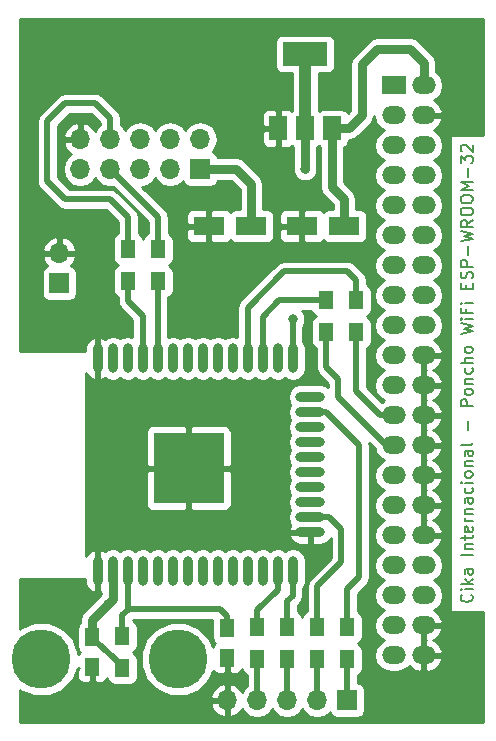
<source format=gbr>
G04 #@! TF.FileFunction,Copper,L1,Top,Signal*
%FSLAX46Y46*%
G04 Gerber Fmt 4.6, Leading zero omitted, Abs format (unit mm)*
G04 Created by KiCad (PCBNEW 4.0.6) date 10/02/17 17:06:01*
%MOMM*%
%LPD*%
G01*
G04 APERTURE LIST*
%ADD10C,0.100000*%
%ADD11C,0.200000*%
%ADD12R,2.600000X1.600000*%
%ADD13R,1.250000X1.500000*%
%ADD14R,1.700000X1.700000*%
%ADD15O,1.700000X1.700000*%
%ADD16R,1.300000X1.500000*%
%ADD17R,3.800000X2.000000*%
%ADD18R,1.500000X2.000000*%
%ADD19O,0.900000X2.500000*%
%ADD20O,2.500000X0.900000*%
%ADD21R,6.000000X6.000000*%
%ADD22R,2.000000X1.524000*%
%ADD23O,2.000000X1.524000*%
%ADD24C,5.000000*%
%ADD25C,0.800000*%
%ADD26C,0.750000*%
%ADD27C,1.000000*%
%ADD28C,0.500000*%
%ADD29C,0.254000*%
G04 APERTURE END LIST*
D10*
D11*
X171299143Y-109416095D02*
X171346762Y-109463714D01*
X171394381Y-109606571D01*
X171394381Y-109701809D01*
X171346762Y-109844667D01*
X171251524Y-109939905D01*
X171156286Y-109987524D01*
X170965810Y-110035143D01*
X170822952Y-110035143D01*
X170632476Y-109987524D01*
X170537238Y-109939905D01*
X170442000Y-109844667D01*
X170394381Y-109701809D01*
X170394381Y-109606571D01*
X170442000Y-109463714D01*
X170489619Y-109416095D01*
X171394381Y-108987524D02*
X170727714Y-108987524D01*
X170394381Y-108987524D02*
X170442000Y-109035143D01*
X170489619Y-108987524D01*
X170442000Y-108939905D01*
X170394381Y-108987524D01*
X170489619Y-108987524D01*
X171394381Y-108511334D02*
X170394381Y-108511334D01*
X171013429Y-108416096D02*
X171394381Y-108130381D01*
X170727714Y-108130381D02*
X171108667Y-108511334D01*
X171394381Y-107273238D02*
X170870571Y-107273238D01*
X170775333Y-107320857D01*
X170727714Y-107416095D01*
X170727714Y-107606572D01*
X170775333Y-107701810D01*
X171346762Y-107273238D02*
X171394381Y-107368476D01*
X171394381Y-107606572D01*
X171346762Y-107701810D01*
X171251524Y-107749429D01*
X171156286Y-107749429D01*
X171061048Y-107701810D01*
X171013429Y-107606572D01*
X171013429Y-107368476D01*
X170965810Y-107273238D01*
X171394381Y-106035143D02*
X170394381Y-106035143D01*
X170727714Y-105558953D02*
X171394381Y-105558953D01*
X170822952Y-105558953D02*
X170775333Y-105511334D01*
X170727714Y-105416096D01*
X170727714Y-105273238D01*
X170775333Y-105178000D01*
X170870571Y-105130381D01*
X171394381Y-105130381D01*
X170727714Y-104797048D02*
X170727714Y-104416096D01*
X170394381Y-104654191D02*
X171251524Y-104654191D01*
X171346762Y-104606572D01*
X171394381Y-104511334D01*
X171394381Y-104416096D01*
X171346762Y-103701809D02*
X171394381Y-103797047D01*
X171394381Y-103987524D01*
X171346762Y-104082762D01*
X171251524Y-104130381D01*
X170870571Y-104130381D01*
X170775333Y-104082762D01*
X170727714Y-103987524D01*
X170727714Y-103797047D01*
X170775333Y-103701809D01*
X170870571Y-103654190D01*
X170965810Y-103654190D01*
X171061048Y-104130381D01*
X171394381Y-103225619D02*
X170727714Y-103225619D01*
X170918190Y-103225619D02*
X170822952Y-103178000D01*
X170775333Y-103130381D01*
X170727714Y-103035143D01*
X170727714Y-102939904D01*
X170727714Y-102606571D02*
X171394381Y-102606571D01*
X170822952Y-102606571D02*
X170775333Y-102558952D01*
X170727714Y-102463714D01*
X170727714Y-102320856D01*
X170775333Y-102225618D01*
X170870571Y-102177999D01*
X171394381Y-102177999D01*
X171394381Y-101273237D02*
X170870571Y-101273237D01*
X170775333Y-101320856D01*
X170727714Y-101416094D01*
X170727714Y-101606571D01*
X170775333Y-101701809D01*
X171346762Y-101273237D02*
X171394381Y-101368475D01*
X171394381Y-101606571D01*
X171346762Y-101701809D01*
X171251524Y-101749428D01*
X171156286Y-101749428D01*
X171061048Y-101701809D01*
X171013429Y-101606571D01*
X171013429Y-101368475D01*
X170965810Y-101273237D01*
X171346762Y-100368475D02*
X171394381Y-100463713D01*
X171394381Y-100654190D01*
X171346762Y-100749428D01*
X171299143Y-100797047D01*
X171203905Y-100844666D01*
X170918190Y-100844666D01*
X170822952Y-100797047D01*
X170775333Y-100749428D01*
X170727714Y-100654190D01*
X170727714Y-100463713D01*
X170775333Y-100368475D01*
X171394381Y-99939904D02*
X170727714Y-99939904D01*
X170394381Y-99939904D02*
X170442000Y-99987523D01*
X170489619Y-99939904D01*
X170442000Y-99892285D01*
X170394381Y-99939904D01*
X170489619Y-99939904D01*
X171394381Y-99320857D02*
X171346762Y-99416095D01*
X171299143Y-99463714D01*
X171203905Y-99511333D01*
X170918190Y-99511333D01*
X170822952Y-99463714D01*
X170775333Y-99416095D01*
X170727714Y-99320857D01*
X170727714Y-99177999D01*
X170775333Y-99082761D01*
X170822952Y-99035142D01*
X170918190Y-98987523D01*
X171203905Y-98987523D01*
X171299143Y-99035142D01*
X171346762Y-99082761D01*
X171394381Y-99177999D01*
X171394381Y-99320857D01*
X170727714Y-98558952D02*
X171394381Y-98558952D01*
X170822952Y-98558952D02*
X170775333Y-98511333D01*
X170727714Y-98416095D01*
X170727714Y-98273237D01*
X170775333Y-98177999D01*
X170870571Y-98130380D01*
X171394381Y-98130380D01*
X171394381Y-97225618D02*
X170870571Y-97225618D01*
X170775333Y-97273237D01*
X170727714Y-97368475D01*
X170727714Y-97558952D01*
X170775333Y-97654190D01*
X171346762Y-97225618D02*
X171394381Y-97320856D01*
X171394381Y-97558952D01*
X171346762Y-97654190D01*
X171251524Y-97701809D01*
X171156286Y-97701809D01*
X171061048Y-97654190D01*
X171013429Y-97558952D01*
X171013429Y-97320856D01*
X170965810Y-97225618D01*
X171394381Y-96606571D02*
X171346762Y-96701809D01*
X171251524Y-96749428D01*
X170394381Y-96749428D01*
X171013429Y-95463713D02*
X171013429Y-94701808D01*
X171394381Y-93463713D02*
X170394381Y-93463713D01*
X170394381Y-93082760D01*
X170442000Y-92987522D01*
X170489619Y-92939903D01*
X170584857Y-92892284D01*
X170727714Y-92892284D01*
X170822952Y-92939903D01*
X170870571Y-92987522D01*
X170918190Y-93082760D01*
X170918190Y-93463713D01*
X171394381Y-92320856D02*
X171346762Y-92416094D01*
X171299143Y-92463713D01*
X171203905Y-92511332D01*
X170918190Y-92511332D01*
X170822952Y-92463713D01*
X170775333Y-92416094D01*
X170727714Y-92320856D01*
X170727714Y-92177998D01*
X170775333Y-92082760D01*
X170822952Y-92035141D01*
X170918190Y-91987522D01*
X171203905Y-91987522D01*
X171299143Y-92035141D01*
X171346762Y-92082760D01*
X171394381Y-92177998D01*
X171394381Y-92320856D01*
X170727714Y-91558951D02*
X171394381Y-91558951D01*
X170822952Y-91558951D02*
X170775333Y-91511332D01*
X170727714Y-91416094D01*
X170727714Y-91273236D01*
X170775333Y-91177998D01*
X170870571Y-91130379D01*
X171394381Y-91130379D01*
X171346762Y-90225617D02*
X171394381Y-90320855D01*
X171394381Y-90511332D01*
X171346762Y-90606570D01*
X171299143Y-90654189D01*
X171203905Y-90701808D01*
X170918190Y-90701808D01*
X170822952Y-90654189D01*
X170775333Y-90606570D01*
X170727714Y-90511332D01*
X170727714Y-90320855D01*
X170775333Y-90225617D01*
X171394381Y-89797046D02*
X170394381Y-89797046D01*
X171394381Y-89368474D02*
X170870571Y-89368474D01*
X170775333Y-89416093D01*
X170727714Y-89511331D01*
X170727714Y-89654189D01*
X170775333Y-89749427D01*
X170822952Y-89797046D01*
X171394381Y-88749427D02*
X171346762Y-88844665D01*
X171299143Y-88892284D01*
X171203905Y-88939903D01*
X170918190Y-88939903D01*
X170822952Y-88892284D01*
X170775333Y-88844665D01*
X170727714Y-88749427D01*
X170727714Y-88606569D01*
X170775333Y-88511331D01*
X170822952Y-88463712D01*
X170918190Y-88416093D01*
X171203905Y-88416093D01*
X171299143Y-88463712D01*
X171346762Y-88511331D01*
X171394381Y-88606569D01*
X171394381Y-88749427D01*
X170394381Y-87320855D02*
X171394381Y-87082760D01*
X170680095Y-86892283D01*
X171394381Y-86701807D01*
X170394381Y-86463712D01*
X171394381Y-86082760D02*
X170727714Y-86082760D01*
X170394381Y-86082760D02*
X170442000Y-86130379D01*
X170489619Y-86082760D01*
X170442000Y-86035141D01*
X170394381Y-86082760D01*
X170489619Y-86082760D01*
X170870571Y-85273236D02*
X170870571Y-85606570D01*
X171394381Y-85606570D02*
X170394381Y-85606570D01*
X170394381Y-85130379D01*
X171394381Y-84749427D02*
X170727714Y-84749427D01*
X170394381Y-84749427D02*
X170442000Y-84797046D01*
X170489619Y-84749427D01*
X170442000Y-84701808D01*
X170394381Y-84749427D01*
X170489619Y-84749427D01*
X170870571Y-83511332D02*
X170870571Y-83177998D01*
X171394381Y-83035141D02*
X171394381Y-83511332D01*
X170394381Y-83511332D01*
X170394381Y-83035141D01*
X171346762Y-82654189D02*
X171394381Y-82511332D01*
X171394381Y-82273236D01*
X171346762Y-82177998D01*
X171299143Y-82130379D01*
X171203905Y-82082760D01*
X171108667Y-82082760D01*
X171013429Y-82130379D01*
X170965810Y-82177998D01*
X170918190Y-82273236D01*
X170870571Y-82463713D01*
X170822952Y-82558951D01*
X170775333Y-82606570D01*
X170680095Y-82654189D01*
X170584857Y-82654189D01*
X170489619Y-82606570D01*
X170442000Y-82558951D01*
X170394381Y-82463713D01*
X170394381Y-82225617D01*
X170442000Y-82082760D01*
X171394381Y-81654189D02*
X170394381Y-81654189D01*
X170394381Y-81273236D01*
X170442000Y-81177998D01*
X170489619Y-81130379D01*
X170584857Y-81082760D01*
X170727714Y-81082760D01*
X170822952Y-81130379D01*
X170870571Y-81177998D01*
X170918190Y-81273236D01*
X170918190Y-81654189D01*
X171013429Y-80654189D02*
X171013429Y-79892284D01*
X170394381Y-79511332D02*
X171394381Y-79273237D01*
X170680095Y-79082760D01*
X171394381Y-78892284D01*
X170394381Y-78654189D01*
X171394381Y-77701808D02*
X170918190Y-78035142D01*
X171394381Y-78273237D02*
X170394381Y-78273237D01*
X170394381Y-77892284D01*
X170442000Y-77797046D01*
X170489619Y-77749427D01*
X170584857Y-77701808D01*
X170727714Y-77701808D01*
X170822952Y-77749427D01*
X170870571Y-77797046D01*
X170918190Y-77892284D01*
X170918190Y-78273237D01*
X170394381Y-77082761D02*
X170394381Y-76892284D01*
X170442000Y-76797046D01*
X170537238Y-76701808D01*
X170727714Y-76654189D01*
X171061048Y-76654189D01*
X171251524Y-76701808D01*
X171346762Y-76797046D01*
X171394381Y-76892284D01*
X171394381Y-77082761D01*
X171346762Y-77177999D01*
X171251524Y-77273237D01*
X171061048Y-77320856D01*
X170727714Y-77320856D01*
X170537238Y-77273237D01*
X170442000Y-77177999D01*
X170394381Y-77082761D01*
X170394381Y-76035142D02*
X170394381Y-75844665D01*
X170442000Y-75749427D01*
X170537238Y-75654189D01*
X170727714Y-75606570D01*
X171061048Y-75606570D01*
X171251524Y-75654189D01*
X171346762Y-75749427D01*
X171394381Y-75844665D01*
X171394381Y-76035142D01*
X171346762Y-76130380D01*
X171251524Y-76225618D01*
X171061048Y-76273237D01*
X170727714Y-76273237D01*
X170537238Y-76225618D01*
X170442000Y-76130380D01*
X170394381Y-76035142D01*
X171394381Y-75177999D02*
X170394381Y-75177999D01*
X171108667Y-74844665D01*
X170394381Y-74511332D01*
X171394381Y-74511332D01*
X171013429Y-74035142D02*
X171013429Y-73273237D01*
X170394381Y-72892285D02*
X170394381Y-72273237D01*
X170775333Y-72606571D01*
X170775333Y-72463713D01*
X170822952Y-72368475D01*
X170870571Y-72320856D01*
X170965810Y-72273237D01*
X171203905Y-72273237D01*
X171299143Y-72320856D01*
X171346762Y-72368475D01*
X171394381Y-72463713D01*
X171394381Y-72749428D01*
X171346762Y-72844666D01*
X171299143Y-72892285D01*
X170489619Y-71892285D02*
X170442000Y-71844666D01*
X170394381Y-71749428D01*
X170394381Y-71511332D01*
X170442000Y-71416094D01*
X170489619Y-71368475D01*
X170584857Y-71320856D01*
X170680095Y-71320856D01*
X170822952Y-71368475D01*
X171394381Y-71939904D01*
X171394381Y-71320856D01*
D12*
X160550000Y-78232000D03*
X156950000Y-78232000D03*
X152676000Y-78232000D03*
X149076000Y-78232000D03*
D13*
X139192000Y-113050000D03*
X139192000Y-115550000D03*
X150622000Y-112288000D03*
X150622000Y-114788000D03*
D14*
X148336000Y-73406000D03*
D15*
X148336000Y-70866000D03*
X145796000Y-73406000D03*
X145796000Y-70866000D03*
X143256000Y-73406000D03*
X143256000Y-70866000D03*
X140716000Y-73406000D03*
X140716000Y-70866000D03*
X138176000Y-73406000D03*
X138176000Y-70866000D03*
D14*
X136398000Y-83058000D03*
D15*
X136398000Y-80518000D03*
D14*
X160782000Y-118364000D03*
D15*
X158242000Y-118364000D03*
X155702000Y-118364000D03*
X153162000Y-118364000D03*
X150622000Y-118364000D03*
D16*
X141732000Y-115650000D03*
X141732000Y-112950000D03*
X160782000Y-112188000D03*
X160782000Y-114888000D03*
X158242000Y-112188000D03*
X158242000Y-114888000D03*
X155702000Y-112188000D03*
X155702000Y-114888000D03*
X153162000Y-112188000D03*
X153162000Y-114888000D03*
X142240000Y-82884000D03*
X142240000Y-80184000D03*
X144780000Y-80184000D03*
X144780000Y-82884000D03*
X161544000Y-84502000D03*
X161544000Y-87202000D03*
X159004000Y-84502000D03*
X159004000Y-87202000D03*
D17*
X157226000Y-63652000D03*
D18*
X157226000Y-69952000D03*
X159526000Y-69952000D03*
X154926000Y-69952000D03*
D19*
X139657000Y-89425000D03*
X140927000Y-89425000D03*
X142197000Y-89425000D03*
X143467000Y-89425000D03*
X144737000Y-89425000D03*
X146007000Y-89425000D03*
X147277000Y-89425000D03*
X148547000Y-89425000D03*
X149817000Y-89425000D03*
X151087000Y-89425000D03*
X152357000Y-89425000D03*
X153627000Y-89425000D03*
X154897000Y-89425000D03*
X156167000Y-89425000D03*
D20*
X157657000Y-92710000D03*
X157657000Y-93980000D03*
X157657000Y-95250000D03*
X157657000Y-96520000D03*
X157657000Y-97790000D03*
X157657000Y-99060000D03*
X157657000Y-100330000D03*
X157657000Y-101600000D03*
X157657000Y-102870000D03*
X157657000Y-104140000D03*
D19*
X156167000Y-107425000D03*
X154897000Y-107425000D03*
X153627000Y-107425000D03*
X152357000Y-107425000D03*
X151087000Y-107425000D03*
X149817000Y-107425000D03*
X148547000Y-107425000D03*
X147277000Y-107425000D03*
X146007000Y-107425000D03*
X144737000Y-107425000D03*
X143467000Y-107425000D03*
X142197000Y-107425000D03*
X140927000Y-107425000D03*
X139657000Y-107425000D03*
D21*
X147357000Y-98725000D03*
D22*
X164719000Y-66294000D03*
D23*
X167259000Y-66294000D03*
X164719000Y-78994000D03*
X167259000Y-68834000D03*
X164719000Y-81534000D03*
X167259000Y-71374000D03*
X164719000Y-84074000D03*
X167259000Y-73914000D03*
X164719000Y-86614000D03*
X167259000Y-76454000D03*
X164719000Y-89154000D03*
X167259000Y-78994000D03*
X164719000Y-91694000D03*
X167259000Y-81534000D03*
X164719000Y-94234000D03*
X167259000Y-84074000D03*
X164719000Y-96774000D03*
X167259000Y-86614000D03*
X164719000Y-99314000D03*
X167259000Y-89154000D03*
X164719000Y-101854000D03*
X167259000Y-91694000D03*
X164719000Y-104394000D03*
X167259000Y-94234000D03*
X167259000Y-96774000D03*
X164719000Y-106934000D03*
X167259000Y-99314000D03*
X167259000Y-104394000D03*
X167259000Y-106934000D03*
X167259000Y-109474000D03*
X167259000Y-112014000D03*
X164719000Y-109474000D03*
X164719000Y-112014000D03*
X164719000Y-68834000D03*
X164719000Y-71374000D03*
X164719000Y-73914000D03*
X164719000Y-76454000D03*
X164719000Y-114554000D03*
X167259000Y-114554000D03*
X167259000Y-101854000D03*
D24*
X146443700Y-114884200D03*
X134886700Y-114909600D03*
D25*
X140525500Y-110223300D03*
X157226000Y-73406000D03*
X156210000Y-86106000D03*
D26*
X140927000Y-107425000D02*
X140927000Y-109821800D01*
X140927000Y-109821800D02*
X140525500Y-110223300D01*
X139192000Y-111556800D02*
X139192000Y-113050000D01*
X140525500Y-110223300D02*
X139192000Y-111556800D01*
X148336000Y-73406000D02*
X151384000Y-73406000D01*
X152676000Y-74698000D02*
X152676000Y-78232000D01*
X151384000Y-73406000D02*
X152676000Y-74698000D01*
X157226000Y-69952000D02*
X157226000Y-73406000D01*
D27*
X157226000Y-69952000D02*
X157226000Y-63652000D01*
D28*
X139192000Y-113050000D02*
X139192000Y-113110000D01*
X139192000Y-113110000D02*
X141986000Y-115650000D01*
X138811000Y-112923000D02*
X139259000Y-112923000D01*
X150622000Y-112288000D02*
X150622000Y-111264700D01*
X150025100Y-110667800D02*
X142197000Y-110667800D01*
X150622000Y-111264700D02*
X150025100Y-110667800D01*
X141732000Y-112950000D02*
X141732000Y-111188500D01*
X142197000Y-110723500D02*
X142197000Y-110667800D01*
X142197000Y-110667800D02*
X142197000Y-107425000D01*
X141732000Y-111188500D02*
X142197000Y-110723500D01*
X141943000Y-112907000D02*
X141986000Y-112950000D01*
X141939000Y-112876000D02*
X141986000Y-112923000D01*
X160782000Y-114888000D02*
X160782000Y-118364000D01*
X158242000Y-114888000D02*
X158242000Y-118364000D01*
X155702000Y-114888000D02*
X155702000Y-118364000D01*
X153162000Y-114888000D02*
X153162000Y-118364000D01*
X153162000Y-115091200D02*
X152895300Y-114824500D01*
X155702000Y-112188000D02*
X155702000Y-109982000D01*
X155702000Y-109982000D02*
X156167000Y-109517000D01*
X156167000Y-109517000D02*
X156167000Y-107425000D01*
X156167000Y-109517000D02*
X156167000Y-107425000D01*
X153162000Y-112188000D02*
X153162000Y-110744000D01*
X153162000Y-110744000D02*
X154897000Y-109009000D01*
X154897000Y-109009000D02*
X154897000Y-107425000D01*
X154897000Y-109009000D02*
X154897000Y-107425000D01*
X154897000Y-109009000D02*
X154897000Y-107425000D01*
X156167000Y-86149000D02*
X156167000Y-89425000D01*
X156210000Y-86106000D02*
X156167000Y-86149000D01*
D26*
X159526000Y-69952000D02*
X159526000Y-74944000D01*
X160550000Y-75968000D02*
X160550000Y-78232000D01*
X159526000Y-74944000D02*
X160550000Y-75968000D01*
X159526000Y-69952000D02*
X160934000Y-69952000D01*
X167259000Y-64389000D02*
X167259000Y-66294000D01*
X166116000Y-63246000D02*
X167259000Y-64389000D01*
X163322000Y-63246000D02*
X166116000Y-63246000D01*
X162052000Y-64516000D02*
X163322000Y-63246000D01*
X162052000Y-68834000D02*
X162052000Y-64516000D01*
X160934000Y-69952000D02*
X162052000Y-68834000D01*
D28*
X142240000Y-82884000D02*
X142240000Y-84582000D01*
X143467000Y-85809000D02*
X143467000Y-89425000D01*
X142240000Y-84582000D02*
X143467000Y-85809000D01*
X144780000Y-77470000D02*
X140716000Y-73406000D01*
X144780000Y-80184000D02*
X144780000Y-77470000D01*
X142240000Y-80184000D02*
X142240000Y-77470000D01*
X140716000Y-69088000D02*
X140716000Y-70866000D01*
X139446000Y-67818000D02*
X140716000Y-69088000D01*
X136906000Y-67818000D02*
X139446000Y-67818000D01*
X135382000Y-69342000D02*
X136906000Y-67818000D01*
X135382000Y-74422000D02*
X135382000Y-69342000D01*
X136906000Y-75946000D02*
X135382000Y-74422000D01*
X140716000Y-75946000D02*
X136906000Y-75946000D01*
X142240000Y-77470000D02*
X140716000Y-75946000D01*
X164719000Y-96774000D02*
X164084000Y-96774000D01*
X164084000Y-96774000D02*
X160020000Y-92710000D01*
X160020000Y-92710000D02*
X160020000Y-91186000D01*
X160020000Y-91186000D02*
X159004000Y-90170000D01*
X159004000Y-90170000D02*
X159004000Y-87202000D01*
X161544000Y-87202000D02*
X161544000Y-92202000D01*
X161544000Y-92202000D02*
X163576000Y-94234000D01*
X163576000Y-94234000D02*
X164719000Y-94234000D01*
X152357000Y-89425000D02*
X152357000Y-85133000D01*
X161544000Y-82804000D02*
X161544000Y-84502000D01*
X160782000Y-82042000D02*
X161544000Y-82804000D01*
X155448000Y-82042000D02*
X160782000Y-82042000D01*
X152357000Y-85133000D02*
X155448000Y-82042000D01*
X160782000Y-112188000D02*
X160782000Y-108966000D01*
X160782000Y-108966000D02*
X161798000Y-107950000D01*
X161798000Y-107950000D02*
X161798000Y-96774000D01*
X161798000Y-107950000D02*
X161798000Y-96774000D01*
X161798000Y-96774000D02*
X159004000Y-93980000D01*
X159004000Y-93980000D02*
X157657000Y-93980000D01*
X157657000Y-93980000D02*
X158750000Y-93980000D01*
X158242000Y-112188000D02*
X158242000Y-108712000D01*
X158242000Y-108712000D02*
X160274000Y-106680000D01*
X160274000Y-103886000D02*
X160274000Y-106680000D01*
X159258000Y-102870000D02*
X160274000Y-103886000D01*
X157657000Y-102870000D02*
X159258000Y-102870000D01*
X144737000Y-82927000D02*
X144780000Y-82884000D01*
X144737000Y-89425000D02*
X144737000Y-82927000D01*
X159004000Y-84502000D02*
X155020000Y-84502000D01*
X153627000Y-85895000D02*
X153627000Y-89425000D01*
X155020000Y-84502000D02*
X153627000Y-85895000D01*
D29*
G36*
X172264000Y-70495380D02*
X169507000Y-70495380D01*
X169507000Y-110860619D01*
X172264000Y-110860619D01*
X172264000Y-120194000D01*
X133044000Y-120194000D01*
X133044000Y-118720892D01*
X149180514Y-118720892D01*
X149426817Y-119245358D01*
X149855076Y-119635645D01*
X150265110Y-119805476D01*
X150495000Y-119684155D01*
X150495000Y-118491000D01*
X149301181Y-118491000D01*
X149180514Y-118720892D01*
X133044000Y-118720892D01*
X133044000Y-117501114D01*
X133108547Y-117565774D01*
X134260374Y-118044054D01*
X135507554Y-118045143D01*
X136660215Y-117568873D01*
X137542874Y-116687753D01*
X137962574Y-115677002D01*
X138090748Y-115677002D01*
X137932000Y-115835750D01*
X137932000Y-116426309D01*
X138028673Y-116659698D01*
X138207301Y-116838327D01*
X138440690Y-116935000D01*
X138906250Y-116935000D01*
X139065000Y-116776250D01*
X139065000Y-115677000D01*
X139045000Y-115677000D01*
X139045000Y-115423000D01*
X139065000Y-115423000D01*
X139065000Y-115403000D01*
X139319000Y-115403000D01*
X139319000Y-115423000D01*
X139339000Y-115423000D01*
X139339000Y-115677000D01*
X139319000Y-115677000D01*
X139319000Y-116776250D01*
X139477750Y-116935000D01*
X139943310Y-116935000D01*
X140176699Y-116838327D01*
X140355327Y-116659698D01*
X140443412Y-116447043D01*
X140478838Y-116635317D01*
X140617910Y-116851441D01*
X140830110Y-116996431D01*
X141082000Y-117047440D01*
X142382000Y-117047440D01*
X142617317Y-117003162D01*
X142833441Y-116864090D01*
X142978431Y-116651890D01*
X143029440Y-116400000D01*
X143029440Y-114900000D01*
X142985162Y-114664683D01*
X142846090Y-114448559D01*
X142633890Y-114303569D01*
X142620803Y-114300919D01*
X142833441Y-114164090D01*
X142978431Y-113951890D01*
X143029440Y-113700000D01*
X143029440Y-112200000D01*
X142985162Y-111964683D01*
X142846090Y-111748559D01*
X142633890Y-111603569D01*
X142617000Y-111600149D01*
X142617000Y-111555079D01*
X142619279Y-111552800D01*
X149349560Y-111552800D01*
X149349560Y-113038000D01*
X149393838Y-113273317D01*
X149532910Y-113489441D01*
X149601006Y-113535969D01*
X149458673Y-113678302D01*
X149398015Y-113824742D01*
X149102973Y-113110685D01*
X148221853Y-112228026D01*
X147070026Y-111749746D01*
X145822846Y-111748657D01*
X144670185Y-112224927D01*
X143787526Y-113106047D01*
X143309246Y-114257874D01*
X143308157Y-115505054D01*
X143784427Y-116657715D01*
X144665547Y-117540374D01*
X145817374Y-118018654D01*
X147064554Y-118019743D01*
X147095133Y-118007108D01*
X149180514Y-118007108D01*
X149301181Y-118237000D01*
X150495000Y-118237000D01*
X150495000Y-117043845D01*
X150265110Y-116922524D01*
X149855076Y-117092355D01*
X149426817Y-117482642D01*
X149180514Y-118007108D01*
X147095133Y-118007108D01*
X148217215Y-117543473D01*
X149099874Y-116662353D01*
X149438055Y-115847922D01*
X149458673Y-115897698D01*
X149637301Y-116076327D01*
X149870690Y-116173000D01*
X150336250Y-116173000D01*
X150495000Y-116014250D01*
X150495000Y-114915000D01*
X150475000Y-114915000D01*
X150475000Y-114661000D01*
X150495000Y-114661000D01*
X150495000Y-114641000D01*
X150749000Y-114641000D01*
X150749000Y-114661000D01*
X150769000Y-114661000D01*
X150769000Y-114915000D01*
X150749000Y-114915000D01*
X150749000Y-116014250D01*
X150907750Y-116173000D01*
X151373310Y-116173000D01*
X151606699Y-116076327D01*
X151785327Y-115897698D01*
X151873412Y-115685043D01*
X151908838Y-115873317D01*
X152047910Y-116089441D01*
X152260110Y-116234431D01*
X152277000Y-116237851D01*
X152277000Y-117174568D01*
X152111946Y-117284853D01*
X151884298Y-117625553D01*
X151817183Y-117482642D01*
X151388924Y-117092355D01*
X150978890Y-116922524D01*
X150749000Y-117043845D01*
X150749000Y-118237000D01*
X150769000Y-118237000D01*
X150769000Y-118491000D01*
X150749000Y-118491000D01*
X150749000Y-119684155D01*
X150978890Y-119805476D01*
X151388924Y-119635645D01*
X151817183Y-119245358D01*
X151884298Y-119102447D01*
X152111946Y-119443147D01*
X152593715Y-119765054D01*
X153162000Y-119878093D01*
X153730285Y-119765054D01*
X154212054Y-119443147D01*
X154432000Y-119113974D01*
X154651946Y-119443147D01*
X155133715Y-119765054D01*
X155702000Y-119878093D01*
X156270285Y-119765054D01*
X156752054Y-119443147D01*
X156972000Y-119113974D01*
X157191946Y-119443147D01*
X157673715Y-119765054D01*
X158242000Y-119878093D01*
X158810285Y-119765054D01*
X159292054Y-119443147D01*
X159319850Y-119401548D01*
X159328838Y-119449317D01*
X159467910Y-119665441D01*
X159680110Y-119810431D01*
X159932000Y-119861440D01*
X161632000Y-119861440D01*
X161867317Y-119817162D01*
X162083441Y-119678090D01*
X162228431Y-119465890D01*
X162279440Y-119214000D01*
X162279440Y-117514000D01*
X162235162Y-117278683D01*
X162096090Y-117062559D01*
X161883890Y-116917569D01*
X161667000Y-116873648D01*
X161667000Y-116241222D01*
X161667317Y-116241162D01*
X161883441Y-116102090D01*
X162028431Y-115889890D01*
X162079440Y-115638000D01*
X162079440Y-114138000D01*
X162035162Y-113902683D01*
X161896090Y-113686559D01*
X161683890Y-113541569D01*
X161670803Y-113538919D01*
X161883441Y-113402090D01*
X162028431Y-113189890D01*
X162079440Y-112938000D01*
X162079440Y-111438000D01*
X162035162Y-111202683D01*
X161896090Y-110986559D01*
X161683890Y-110841569D01*
X161667000Y-110838149D01*
X161667000Y-109332580D01*
X162423787Y-108575792D01*
X162423790Y-108575790D01*
X162615633Y-108288675D01*
X162643542Y-108148367D01*
X162683001Y-107950000D01*
X162683000Y-107949995D01*
X162683000Y-96774005D01*
X162683001Y-96774000D01*
X162645899Y-96587478D01*
X163106482Y-97048061D01*
X163158308Y-97308609D01*
X163461140Y-97761828D01*
X163883439Y-98044000D01*
X163461140Y-98326172D01*
X163158308Y-98779391D01*
X163051968Y-99314000D01*
X163158308Y-99848609D01*
X163461140Y-100301828D01*
X163883439Y-100584000D01*
X163461140Y-100866172D01*
X163158308Y-101319391D01*
X163051968Y-101854000D01*
X163158308Y-102388609D01*
X163461140Y-102841828D01*
X163883439Y-103124000D01*
X163461140Y-103406172D01*
X163158308Y-103859391D01*
X163051968Y-104394000D01*
X163158308Y-104928609D01*
X163461140Y-105381828D01*
X163883439Y-105664000D01*
X163461140Y-105946172D01*
X163158308Y-106399391D01*
X163051968Y-106934000D01*
X163158308Y-107468609D01*
X163461140Y-107921828D01*
X163883439Y-108204000D01*
X163461140Y-108486172D01*
X163158308Y-108939391D01*
X163051968Y-109474000D01*
X163158308Y-110008609D01*
X163461140Y-110461828D01*
X163883439Y-110744000D01*
X163461140Y-111026172D01*
X163158308Y-111479391D01*
X163051968Y-112014000D01*
X163158308Y-112548609D01*
X163461140Y-113001828D01*
X163883439Y-113284000D01*
X163461140Y-113566172D01*
X163158308Y-114019391D01*
X163051968Y-114554000D01*
X163158308Y-115088609D01*
X163461140Y-115541828D01*
X163914359Y-115844660D01*
X164448968Y-115951000D01*
X164989032Y-115951000D01*
X165523641Y-115844660D01*
X165976860Y-115541828D01*
X166000650Y-115506224D01*
X166383086Y-115807422D01*
X166911308Y-115956130D01*
X167132000Y-115797277D01*
X167132000Y-114681000D01*
X167386000Y-114681000D01*
X167386000Y-115797277D01*
X167606692Y-115956130D01*
X168134914Y-115807422D01*
X168566020Y-115467892D01*
X168834377Y-114989230D01*
X168851220Y-114897070D01*
X168728720Y-114681000D01*
X167386000Y-114681000D01*
X167132000Y-114681000D01*
X167112000Y-114681000D01*
X167112000Y-114427000D01*
X167132000Y-114427000D01*
X167132000Y-113310723D01*
X167094874Y-113284000D01*
X167132000Y-113257277D01*
X167132000Y-112141000D01*
X167386000Y-112141000D01*
X167386000Y-113257277D01*
X167423126Y-113284000D01*
X167386000Y-113310723D01*
X167386000Y-114427000D01*
X168728720Y-114427000D01*
X168851220Y-114210930D01*
X168834377Y-114118770D01*
X168566020Y-113640108D01*
X168134914Y-113300578D01*
X168076028Y-113284000D01*
X168134914Y-113267422D01*
X168566020Y-112927892D01*
X168834377Y-112449230D01*
X168851220Y-112357070D01*
X168728720Y-112141000D01*
X167386000Y-112141000D01*
X167132000Y-112141000D01*
X167112000Y-112141000D01*
X167112000Y-111887000D01*
X167132000Y-111887000D01*
X167132000Y-111867000D01*
X167386000Y-111867000D01*
X167386000Y-111887000D01*
X168728720Y-111887000D01*
X168851220Y-111670930D01*
X168834377Y-111578770D01*
X168566020Y-111100108D01*
X168134914Y-110760578D01*
X168089067Y-110747671D01*
X168516860Y-110461828D01*
X168819692Y-110008609D01*
X168926032Y-109474000D01*
X168819692Y-108939391D01*
X168516860Y-108486172D01*
X168094561Y-108204000D01*
X168516860Y-107921828D01*
X168819692Y-107468609D01*
X168926032Y-106934000D01*
X168819692Y-106399391D01*
X168516860Y-105946172D01*
X168089067Y-105660329D01*
X168134914Y-105647422D01*
X168566020Y-105307892D01*
X168834377Y-104829230D01*
X168851220Y-104737070D01*
X168728720Y-104521000D01*
X167386000Y-104521000D01*
X167386000Y-104541000D01*
X167132000Y-104541000D01*
X167132000Y-104521000D01*
X167112000Y-104521000D01*
X167112000Y-104267000D01*
X167132000Y-104267000D01*
X167132000Y-103150723D01*
X167094874Y-103124000D01*
X167132000Y-103097277D01*
X167132000Y-101981000D01*
X167386000Y-101981000D01*
X167386000Y-103097277D01*
X167423126Y-103124000D01*
X167386000Y-103150723D01*
X167386000Y-104267000D01*
X168728720Y-104267000D01*
X168851220Y-104050930D01*
X168834377Y-103958770D01*
X168566020Y-103480108D01*
X168134914Y-103140578D01*
X168076028Y-103124000D01*
X168134914Y-103107422D01*
X168566020Y-102767892D01*
X168834377Y-102289230D01*
X168851220Y-102197070D01*
X168728720Y-101981000D01*
X167386000Y-101981000D01*
X167132000Y-101981000D01*
X167112000Y-101981000D01*
X167112000Y-101727000D01*
X167132000Y-101727000D01*
X167132000Y-100610723D01*
X167094874Y-100584000D01*
X167132000Y-100557277D01*
X167132000Y-99441000D01*
X167386000Y-99441000D01*
X167386000Y-100557277D01*
X167423126Y-100584000D01*
X167386000Y-100610723D01*
X167386000Y-101727000D01*
X168728720Y-101727000D01*
X168851220Y-101510930D01*
X168834377Y-101418770D01*
X168566020Y-100940108D01*
X168134914Y-100600578D01*
X168076028Y-100584000D01*
X168134914Y-100567422D01*
X168566020Y-100227892D01*
X168834377Y-99749230D01*
X168851220Y-99657070D01*
X168728720Y-99441000D01*
X167386000Y-99441000D01*
X167132000Y-99441000D01*
X167112000Y-99441000D01*
X167112000Y-99187000D01*
X167132000Y-99187000D01*
X167132000Y-98070723D01*
X167094874Y-98044000D01*
X167132000Y-98017277D01*
X167132000Y-96901000D01*
X167386000Y-96901000D01*
X167386000Y-98017277D01*
X167423126Y-98044000D01*
X167386000Y-98070723D01*
X167386000Y-99187000D01*
X168728720Y-99187000D01*
X168851220Y-98970930D01*
X168834377Y-98878770D01*
X168566020Y-98400108D01*
X168134914Y-98060578D01*
X168076028Y-98044000D01*
X168134914Y-98027422D01*
X168566020Y-97687892D01*
X168834377Y-97209230D01*
X168851220Y-97117070D01*
X168728720Y-96901000D01*
X167386000Y-96901000D01*
X167132000Y-96901000D01*
X167112000Y-96901000D01*
X167112000Y-96647000D01*
X167132000Y-96647000D01*
X167132000Y-95530723D01*
X167094874Y-95504000D01*
X167132000Y-95477277D01*
X167132000Y-94361000D01*
X167386000Y-94361000D01*
X167386000Y-95477277D01*
X167423126Y-95504000D01*
X167386000Y-95530723D01*
X167386000Y-96647000D01*
X168728720Y-96647000D01*
X168851220Y-96430930D01*
X168834377Y-96338770D01*
X168566020Y-95860108D01*
X168134914Y-95520578D01*
X168076028Y-95504000D01*
X168134914Y-95487422D01*
X168566020Y-95147892D01*
X168834377Y-94669230D01*
X168851220Y-94577070D01*
X168728720Y-94361000D01*
X167386000Y-94361000D01*
X167132000Y-94361000D01*
X167112000Y-94361000D01*
X167112000Y-94107000D01*
X167132000Y-94107000D01*
X167132000Y-92990723D01*
X167094874Y-92964000D01*
X167132000Y-92937277D01*
X167132000Y-91821000D01*
X167386000Y-91821000D01*
X167386000Y-92937277D01*
X167423126Y-92964000D01*
X167386000Y-92990723D01*
X167386000Y-94107000D01*
X168728720Y-94107000D01*
X168851220Y-93890930D01*
X168834377Y-93798770D01*
X168566020Y-93320108D01*
X168134914Y-92980578D01*
X168076028Y-92964000D01*
X168134914Y-92947422D01*
X168566020Y-92607892D01*
X168834377Y-92129230D01*
X168851220Y-92037070D01*
X168728720Y-91821000D01*
X167386000Y-91821000D01*
X167132000Y-91821000D01*
X167112000Y-91821000D01*
X167112000Y-91567000D01*
X167132000Y-91567000D01*
X167132000Y-90450723D01*
X167094874Y-90424000D01*
X167132000Y-90397277D01*
X167132000Y-89281000D01*
X167386000Y-89281000D01*
X167386000Y-90397277D01*
X167423126Y-90424000D01*
X167386000Y-90450723D01*
X167386000Y-91567000D01*
X168728720Y-91567000D01*
X168851220Y-91350930D01*
X168834377Y-91258770D01*
X168566020Y-90780108D01*
X168134914Y-90440578D01*
X168076028Y-90424000D01*
X168134914Y-90407422D01*
X168566020Y-90067892D01*
X168834377Y-89589230D01*
X168851220Y-89497070D01*
X168728720Y-89281000D01*
X167386000Y-89281000D01*
X167132000Y-89281000D01*
X167112000Y-89281000D01*
X167112000Y-89027000D01*
X167132000Y-89027000D01*
X167132000Y-89007000D01*
X167386000Y-89007000D01*
X167386000Y-89027000D01*
X168728720Y-89027000D01*
X168851220Y-88810930D01*
X168834377Y-88718770D01*
X168566020Y-88240108D01*
X168134914Y-87900578D01*
X168089067Y-87887671D01*
X168516860Y-87601828D01*
X168819692Y-87148609D01*
X168926032Y-86614000D01*
X168819692Y-86079391D01*
X168516860Y-85626172D01*
X168094561Y-85344000D01*
X168516860Y-85061828D01*
X168819692Y-84608609D01*
X168926032Y-84074000D01*
X168819692Y-83539391D01*
X168516860Y-83086172D01*
X168094561Y-82804000D01*
X168516860Y-82521828D01*
X168819692Y-82068609D01*
X168926032Y-81534000D01*
X168819692Y-80999391D01*
X168516860Y-80546172D01*
X168094561Y-80264000D01*
X168516860Y-79981828D01*
X168819692Y-79528609D01*
X168926032Y-78994000D01*
X168819692Y-78459391D01*
X168516860Y-78006172D01*
X168094561Y-77724000D01*
X168516860Y-77441828D01*
X168819692Y-76988609D01*
X168926032Y-76454000D01*
X168819692Y-75919391D01*
X168516860Y-75466172D01*
X168094561Y-75184000D01*
X168516860Y-74901828D01*
X168819692Y-74448609D01*
X168926032Y-73914000D01*
X168819692Y-73379391D01*
X168516860Y-72926172D01*
X168094561Y-72644000D01*
X168516860Y-72361828D01*
X168819692Y-71908609D01*
X168926032Y-71374000D01*
X168819692Y-70839391D01*
X168516860Y-70386172D01*
X168089067Y-70100329D01*
X168134914Y-70087422D01*
X168566020Y-69747892D01*
X168834377Y-69269230D01*
X168851220Y-69177070D01*
X168728720Y-68961000D01*
X167386000Y-68961000D01*
X167386000Y-68981000D01*
X167132000Y-68981000D01*
X167132000Y-68961000D01*
X167112000Y-68961000D01*
X167112000Y-68707000D01*
X167132000Y-68707000D01*
X167132000Y-68687000D01*
X167386000Y-68687000D01*
X167386000Y-68707000D01*
X168728720Y-68707000D01*
X168851220Y-68490930D01*
X168834377Y-68398770D01*
X168566020Y-67920108D01*
X168134914Y-67580578D01*
X168089067Y-67567671D01*
X168516860Y-67281828D01*
X168819692Y-66828609D01*
X168926032Y-66294000D01*
X168819692Y-65759391D01*
X168516860Y-65306172D01*
X168269000Y-65140557D01*
X168269000Y-64389000D01*
X168192118Y-64002490D01*
X167973178Y-63674822D01*
X166830178Y-62531822D01*
X166502510Y-62312882D01*
X166116000Y-62236000D01*
X163322000Y-62236000D01*
X162935490Y-62312882D01*
X162607822Y-62531822D01*
X161337822Y-63801822D01*
X161118882Y-64129490D01*
X161042000Y-64516000D01*
X161042000Y-68415644D01*
X160825051Y-68632593D01*
X160740090Y-68500559D01*
X160527890Y-68355569D01*
X160276000Y-68304560D01*
X158776000Y-68304560D01*
X158540683Y-68348838D01*
X158374523Y-68455759D01*
X158361000Y-68446519D01*
X158361000Y-65299440D01*
X159126000Y-65299440D01*
X159361317Y-65255162D01*
X159577441Y-65116090D01*
X159722431Y-64903890D01*
X159773440Y-64652000D01*
X159773440Y-62652000D01*
X159729162Y-62416683D01*
X159590090Y-62200559D01*
X159377890Y-62055569D01*
X159126000Y-62004560D01*
X155326000Y-62004560D01*
X155090683Y-62048838D01*
X154874559Y-62187910D01*
X154729569Y-62400110D01*
X154678560Y-62652000D01*
X154678560Y-64652000D01*
X154722838Y-64887317D01*
X154861910Y-65103441D01*
X155074110Y-65248431D01*
X155326000Y-65299440D01*
X156091000Y-65299440D01*
X156091000Y-68445156D01*
X156076508Y-68454482D01*
X156035699Y-68413673D01*
X155802310Y-68317000D01*
X155211750Y-68317000D01*
X155053000Y-68475750D01*
X155053000Y-69825000D01*
X155073000Y-69825000D01*
X155073000Y-70079000D01*
X155053000Y-70079000D01*
X155053000Y-71428250D01*
X155211750Y-71587000D01*
X155802310Y-71587000D01*
X156035699Y-71490327D01*
X156077660Y-71448366D01*
X156216000Y-71542890D01*
X156216000Y-73139450D01*
X156191180Y-73199223D01*
X156190821Y-73610971D01*
X156348058Y-73991515D01*
X156638954Y-74282919D01*
X157019223Y-74440820D01*
X157430971Y-74441179D01*
X157811515Y-74283942D01*
X158102919Y-73993046D01*
X158260820Y-73612777D01*
X158261179Y-73201029D01*
X158236000Y-73140091D01*
X158236000Y-71539279D01*
X158377477Y-71448241D01*
X158516000Y-71542890D01*
X158516000Y-74944000D01*
X158592882Y-75330510D01*
X158811822Y-75658178D01*
X159540000Y-76386356D01*
X159540000Y-76784560D01*
X159250000Y-76784560D01*
X159014683Y-76828838D01*
X158798559Y-76967910D01*
X158752031Y-77036006D01*
X158609698Y-76893673D01*
X158376309Y-76797000D01*
X157235750Y-76797000D01*
X157077000Y-76955750D01*
X157077000Y-78105000D01*
X157097000Y-78105000D01*
X157097000Y-78359000D01*
X157077000Y-78359000D01*
X157077000Y-79508250D01*
X157235750Y-79667000D01*
X158376309Y-79667000D01*
X158609698Y-79570327D01*
X158750936Y-79429090D01*
X158785910Y-79483441D01*
X158998110Y-79628431D01*
X159250000Y-79679440D01*
X161850000Y-79679440D01*
X162085317Y-79635162D01*
X162301441Y-79496090D01*
X162446431Y-79283890D01*
X162497440Y-79032000D01*
X162497440Y-77432000D01*
X162453162Y-77196683D01*
X162314090Y-76980559D01*
X162101890Y-76835569D01*
X161850000Y-76784560D01*
X161560000Y-76784560D01*
X161560000Y-75968000D01*
X161483118Y-75581490D01*
X161264178Y-75253822D01*
X160536000Y-74525644D01*
X160536000Y-71539279D01*
X160727441Y-71416090D01*
X160872431Y-71203890D01*
X160921415Y-70962000D01*
X160934000Y-70962000D01*
X161320510Y-70885118D01*
X161648178Y-70666178D01*
X162766178Y-69548178D01*
X162985118Y-69220510D01*
X163056984Y-68859217D01*
X163158308Y-69368609D01*
X163461140Y-69821828D01*
X163883439Y-70104000D01*
X163461140Y-70386172D01*
X163158308Y-70839391D01*
X163051968Y-71374000D01*
X163158308Y-71908609D01*
X163461140Y-72361828D01*
X163883439Y-72644000D01*
X163461140Y-72926172D01*
X163158308Y-73379391D01*
X163051968Y-73914000D01*
X163158308Y-74448609D01*
X163461140Y-74901828D01*
X163883439Y-75184000D01*
X163461140Y-75466172D01*
X163158308Y-75919391D01*
X163051968Y-76454000D01*
X163158308Y-76988609D01*
X163461140Y-77441828D01*
X163883439Y-77724000D01*
X163461140Y-78006172D01*
X163158308Y-78459391D01*
X163051968Y-78994000D01*
X163158308Y-79528609D01*
X163461140Y-79981828D01*
X163883439Y-80264000D01*
X163461140Y-80546172D01*
X163158308Y-80999391D01*
X163051968Y-81534000D01*
X163158308Y-82068609D01*
X163461140Y-82521828D01*
X163883439Y-82804000D01*
X163461140Y-83086172D01*
X163158308Y-83539391D01*
X163051968Y-84074000D01*
X163158308Y-84608609D01*
X163461140Y-85061828D01*
X163883439Y-85344000D01*
X163461140Y-85626172D01*
X163158308Y-86079391D01*
X163051968Y-86614000D01*
X163158308Y-87148609D01*
X163461140Y-87601828D01*
X163883439Y-87884000D01*
X163461140Y-88166172D01*
X163158308Y-88619391D01*
X163051968Y-89154000D01*
X163158308Y-89688609D01*
X163461140Y-90141828D01*
X163883439Y-90424000D01*
X163461140Y-90706172D01*
X163158308Y-91159391D01*
X163051968Y-91694000D01*
X163158308Y-92228609D01*
X163461140Y-92681828D01*
X163883439Y-92964000D01*
X163688101Y-93094521D01*
X162429000Y-91835420D01*
X162429000Y-88555222D01*
X162429317Y-88555162D01*
X162645441Y-88416090D01*
X162790431Y-88203890D01*
X162841440Y-87952000D01*
X162841440Y-86452000D01*
X162797162Y-86216683D01*
X162658090Y-86000559D01*
X162445890Y-85855569D01*
X162432803Y-85852919D01*
X162645441Y-85716090D01*
X162790431Y-85503890D01*
X162841440Y-85252000D01*
X162841440Y-83752000D01*
X162797162Y-83516683D01*
X162658090Y-83300559D01*
X162445890Y-83155569D01*
X162429000Y-83152149D01*
X162429000Y-82804005D01*
X162429001Y-82804000D01*
X162361633Y-82465326D01*
X162361633Y-82465325D01*
X162169790Y-82178210D01*
X162169787Y-82178208D01*
X161407790Y-81416210D01*
X161211305Y-81284924D01*
X161120675Y-81224367D01*
X161064484Y-81213190D01*
X160782000Y-81156999D01*
X160781995Y-81157000D01*
X155448005Y-81157000D01*
X155448000Y-81156999D01*
X155109325Y-81224367D01*
X154822210Y-81416210D01*
X154822208Y-81416213D01*
X151731210Y-84507210D01*
X151539367Y-84794325D01*
X151539367Y-84794326D01*
X151471999Y-85133000D01*
X151472000Y-85133005D01*
X151472000Y-87579652D01*
X151087000Y-87503071D01*
X150671788Y-87585662D01*
X150452000Y-87732520D01*
X150232212Y-87585662D01*
X149817000Y-87503071D01*
X149401788Y-87585662D01*
X149182000Y-87732520D01*
X148962212Y-87585662D01*
X148547000Y-87503071D01*
X148131788Y-87585662D01*
X147912000Y-87732520D01*
X147692212Y-87585662D01*
X147277000Y-87503071D01*
X146861788Y-87585662D01*
X146642000Y-87732520D01*
X146422212Y-87585662D01*
X146007000Y-87503071D01*
X145622000Y-87579652D01*
X145622000Y-84245313D01*
X145665317Y-84237162D01*
X145881441Y-84098090D01*
X146026431Y-83885890D01*
X146077440Y-83634000D01*
X146077440Y-82134000D01*
X146033162Y-81898683D01*
X145894090Y-81682559D01*
X145681890Y-81537569D01*
X145668803Y-81534919D01*
X145881441Y-81398090D01*
X146026431Y-81185890D01*
X146077440Y-80934000D01*
X146077440Y-79434000D01*
X146033162Y-79198683D01*
X145894090Y-78982559D01*
X145681890Y-78837569D01*
X145665000Y-78834149D01*
X145665000Y-78517750D01*
X147141000Y-78517750D01*
X147141000Y-79158310D01*
X147237673Y-79391699D01*
X147416302Y-79570327D01*
X147649691Y-79667000D01*
X148790250Y-79667000D01*
X148949000Y-79508250D01*
X148949000Y-78359000D01*
X147299750Y-78359000D01*
X147141000Y-78517750D01*
X145665000Y-78517750D01*
X145665000Y-77470005D01*
X145665001Y-77470000D01*
X145632317Y-77305690D01*
X147141000Y-77305690D01*
X147141000Y-77946250D01*
X147299750Y-78105000D01*
X148949000Y-78105000D01*
X148949000Y-76955750D01*
X148790250Y-76797000D01*
X147649691Y-76797000D01*
X147416302Y-76893673D01*
X147237673Y-77072301D01*
X147141000Y-77305690D01*
X145632317Y-77305690D01*
X145597633Y-77131326D01*
X145597633Y-77131325D01*
X145405790Y-76844210D01*
X145405787Y-76844208D01*
X143444231Y-74882652D01*
X143824285Y-74807054D01*
X144306054Y-74485147D01*
X144526000Y-74155974D01*
X144745946Y-74485147D01*
X145227715Y-74807054D01*
X145796000Y-74920093D01*
X146364285Y-74807054D01*
X146846054Y-74485147D01*
X146873850Y-74443548D01*
X146882838Y-74491317D01*
X147021910Y-74707441D01*
X147234110Y-74852431D01*
X147486000Y-74903440D01*
X149186000Y-74903440D01*
X149421317Y-74859162D01*
X149637441Y-74720090D01*
X149782431Y-74507890D01*
X149801039Y-74416000D01*
X150965644Y-74416000D01*
X151666000Y-75116356D01*
X151666000Y-76784560D01*
X151376000Y-76784560D01*
X151140683Y-76828838D01*
X150924559Y-76967910D01*
X150878031Y-77036006D01*
X150735698Y-76893673D01*
X150502309Y-76797000D01*
X149361750Y-76797000D01*
X149203000Y-76955750D01*
X149203000Y-78105000D01*
X149223000Y-78105000D01*
X149223000Y-78359000D01*
X149203000Y-78359000D01*
X149203000Y-79508250D01*
X149361750Y-79667000D01*
X150502309Y-79667000D01*
X150735698Y-79570327D01*
X150876936Y-79429090D01*
X150911910Y-79483441D01*
X151124110Y-79628431D01*
X151376000Y-79679440D01*
X153976000Y-79679440D01*
X154211317Y-79635162D01*
X154427441Y-79496090D01*
X154572431Y-79283890D01*
X154623440Y-79032000D01*
X154623440Y-78517750D01*
X155015000Y-78517750D01*
X155015000Y-79158310D01*
X155111673Y-79391699D01*
X155290302Y-79570327D01*
X155523691Y-79667000D01*
X156664250Y-79667000D01*
X156823000Y-79508250D01*
X156823000Y-78359000D01*
X155173750Y-78359000D01*
X155015000Y-78517750D01*
X154623440Y-78517750D01*
X154623440Y-77432000D01*
X154599674Y-77305690D01*
X155015000Y-77305690D01*
X155015000Y-77946250D01*
X155173750Y-78105000D01*
X156823000Y-78105000D01*
X156823000Y-76955750D01*
X156664250Y-76797000D01*
X155523691Y-76797000D01*
X155290302Y-76893673D01*
X155111673Y-77072301D01*
X155015000Y-77305690D01*
X154599674Y-77305690D01*
X154579162Y-77196683D01*
X154440090Y-76980559D01*
X154227890Y-76835569D01*
X153976000Y-76784560D01*
X153686000Y-76784560D01*
X153686000Y-74698000D01*
X153609118Y-74311490D01*
X153390178Y-73983822D01*
X152098178Y-72691822D01*
X151770510Y-72472882D01*
X151384000Y-72396000D01*
X149803334Y-72396000D01*
X149789162Y-72320683D01*
X149650090Y-72104559D01*
X149437890Y-71959569D01*
X149381546Y-71948159D01*
X149386054Y-71945147D01*
X149707961Y-71463378D01*
X149821000Y-70895093D01*
X149821000Y-70836907D01*
X149707961Y-70268622D01*
X149687334Y-70237750D01*
X153541000Y-70237750D01*
X153541000Y-71078309D01*
X153637673Y-71311698D01*
X153816301Y-71490327D01*
X154049690Y-71587000D01*
X154640250Y-71587000D01*
X154799000Y-71428250D01*
X154799000Y-70079000D01*
X153699750Y-70079000D01*
X153541000Y-70237750D01*
X149687334Y-70237750D01*
X149386054Y-69786853D01*
X148904285Y-69464946D01*
X148336000Y-69351907D01*
X147767715Y-69464946D01*
X147285946Y-69786853D01*
X147066000Y-70116026D01*
X146846054Y-69786853D01*
X146364285Y-69464946D01*
X145796000Y-69351907D01*
X145227715Y-69464946D01*
X144745946Y-69786853D01*
X144526000Y-70116026D01*
X144306054Y-69786853D01*
X143824285Y-69464946D01*
X143256000Y-69351907D01*
X142687715Y-69464946D01*
X142205946Y-69786853D01*
X141986000Y-70116026D01*
X141766054Y-69786853D01*
X141601000Y-69676568D01*
X141601000Y-69088005D01*
X141601001Y-69088000D01*
X141548824Y-68825691D01*
X153541000Y-68825691D01*
X153541000Y-69666250D01*
X153699750Y-69825000D01*
X154799000Y-69825000D01*
X154799000Y-68475750D01*
X154640250Y-68317000D01*
X154049690Y-68317000D01*
X153816301Y-68413673D01*
X153637673Y-68592302D01*
X153541000Y-68825691D01*
X141548824Y-68825691D01*
X141533633Y-68749325D01*
X141511506Y-68716210D01*
X141341790Y-68462210D01*
X141341787Y-68462208D01*
X140071790Y-67192210D01*
X139784675Y-67000367D01*
X139728484Y-66989190D01*
X139446000Y-66932999D01*
X139445995Y-66933000D01*
X136906000Y-66933000D01*
X136567325Y-67000367D01*
X136280210Y-67192210D01*
X136280208Y-67192213D01*
X134756210Y-68716210D01*
X134564367Y-69003325D01*
X134564367Y-69003326D01*
X134496999Y-69342000D01*
X134497000Y-69342005D01*
X134497000Y-74421995D01*
X134496999Y-74422000D01*
X134551900Y-74698000D01*
X134564367Y-74760675D01*
X134625676Y-74852431D01*
X134756210Y-75047790D01*
X136280208Y-76571787D01*
X136280210Y-76571790D01*
X136567325Y-76763633D01*
X136906000Y-76831000D01*
X140349420Y-76831000D01*
X141355000Y-77836579D01*
X141355000Y-78830778D01*
X141354683Y-78830838D01*
X141138559Y-78969910D01*
X140993569Y-79182110D01*
X140942560Y-79434000D01*
X140942560Y-80934000D01*
X140986838Y-81169317D01*
X141125910Y-81385441D01*
X141338110Y-81530431D01*
X141351197Y-81533081D01*
X141138559Y-81669910D01*
X140993569Y-81882110D01*
X140942560Y-82134000D01*
X140942560Y-83634000D01*
X140986838Y-83869317D01*
X141125910Y-84085441D01*
X141338110Y-84230431D01*
X141355000Y-84233851D01*
X141355000Y-84581995D01*
X141354999Y-84582000D01*
X141397234Y-84794325D01*
X141422367Y-84920675D01*
X141424589Y-84924000D01*
X141614210Y-85207790D01*
X142582000Y-86175579D01*
X142582000Y-87579652D01*
X142197000Y-87503071D01*
X141781788Y-87585662D01*
X141562000Y-87732520D01*
X141342212Y-87585662D01*
X140927000Y-87503071D01*
X140511788Y-87585662D01*
X140279259Y-87741032D01*
X139951001Y-87580592D01*
X139784000Y-87707498D01*
X139784000Y-89298000D01*
X139804000Y-89298000D01*
X139804000Y-89552000D01*
X139784000Y-89552000D01*
X139784000Y-91142502D01*
X139951001Y-91269408D01*
X140279259Y-91108968D01*
X140511788Y-91264338D01*
X140927000Y-91346929D01*
X141342212Y-91264338D01*
X141562000Y-91117480D01*
X141781788Y-91264338D01*
X142197000Y-91346929D01*
X142612212Y-91264338D01*
X142832000Y-91117480D01*
X143051788Y-91264338D01*
X143467000Y-91346929D01*
X143882212Y-91264338D01*
X144102000Y-91117480D01*
X144321788Y-91264338D01*
X144737000Y-91346929D01*
X145152212Y-91264338D01*
X145372000Y-91117480D01*
X145591788Y-91264338D01*
X146007000Y-91346929D01*
X146422212Y-91264338D01*
X146642000Y-91117480D01*
X146861788Y-91264338D01*
X147277000Y-91346929D01*
X147692212Y-91264338D01*
X147912000Y-91117480D01*
X148131788Y-91264338D01*
X148547000Y-91346929D01*
X148962212Y-91264338D01*
X149182000Y-91117480D01*
X149401788Y-91264338D01*
X149817000Y-91346929D01*
X150232212Y-91264338D01*
X150452000Y-91117480D01*
X150671788Y-91264338D01*
X151087000Y-91346929D01*
X151502212Y-91264338D01*
X151722000Y-91117480D01*
X151941788Y-91264338D01*
X152357000Y-91346929D01*
X152772212Y-91264338D01*
X152992000Y-91117480D01*
X153211788Y-91264338D01*
X153627000Y-91346929D01*
X154042212Y-91264338D01*
X154262000Y-91117480D01*
X154481788Y-91264338D01*
X154897000Y-91346929D01*
X155312212Y-91264338D01*
X155532000Y-91117480D01*
X155751788Y-91264338D01*
X156167000Y-91346929D01*
X156582212Y-91264338D01*
X156934211Y-91029140D01*
X157169409Y-90677141D01*
X157252000Y-90261929D01*
X157252000Y-88588071D01*
X157169409Y-88172859D01*
X157052000Y-87997144D01*
X157052000Y-86727904D01*
X157086919Y-86693046D01*
X157244820Y-86312777D01*
X157245179Y-85901029D01*
X157087942Y-85520485D01*
X156954690Y-85387000D01*
X157731962Y-85387000D01*
X157750838Y-85487317D01*
X157889910Y-85703441D01*
X158102110Y-85848431D01*
X158115197Y-85851081D01*
X157902559Y-85987910D01*
X157757569Y-86200110D01*
X157706560Y-86452000D01*
X157706560Y-87952000D01*
X157750838Y-88187317D01*
X157889910Y-88403441D01*
X158102110Y-88548431D01*
X158119000Y-88551851D01*
X158119000Y-90169995D01*
X158118999Y-90170000D01*
X158155202Y-90352000D01*
X158186367Y-90508675D01*
X158298932Y-90677141D01*
X158378210Y-90795790D01*
X159135000Y-91552579D01*
X159135000Y-91858505D01*
X158909141Y-91707591D01*
X158493929Y-91625000D01*
X156820071Y-91625000D01*
X156404859Y-91707591D01*
X156052860Y-91942789D01*
X155817662Y-92294788D01*
X155735071Y-92710000D01*
X155817662Y-93125212D01*
X155964520Y-93345000D01*
X155817662Y-93564788D01*
X155735071Y-93980000D01*
X155817662Y-94395212D01*
X155964520Y-94615000D01*
X155817662Y-94834788D01*
X155735071Y-95250000D01*
X155817662Y-95665212D01*
X155964520Y-95885000D01*
X155817662Y-96104788D01*
X155735071Y-96520000D01*
X155817662Y-96935212D01*
X155964520Y-97155000D01*
X155817662Y-97374788D01*
X155735071Y-97790000D01*
X155817662Y-98205212D01*
X155964520Y-98425000D01*
X155817662Y-98644788D01*
X155735071Y-99060000D01*
X155817662Y-99475212D01*
X155964520Y-99695000D01*
X155817662Y-99914788D01*
X155735071Y-100330000D01*
X155817662Y-100745212D01*
X155964520Y-100965000D01*
X155817662Y-101184788D01*
X155735071Y-101600000D01*
X155817662Y-102015212D01*
X155964520Y-102235000D01*
X155817662Y-102454788D01*
X155735071Y-102870000D01*
X155817662Y-103285212D01*
X155973032Y-103517741D01*
X155812592Y-103845999D01*
X155939498Y-104013000D01*
X157530000Y-104013000D01*
X157530000Y-103993000D01*
X157784000Y-103993000D01*
X157784000Y-104013000D01*
X157804000Y-104013000D01*
X157804000Y-104267000D01*
X157784000Y-104267000D01*
X157784000Y-105225000D01*
X158584000Y-105225000D01*
X158989544Y-105093808D01*
X159314013Y-104817408D01*
X159389000Y-104663986D01*
X159389000Y-106313421D01*
X157616210Y-108086210D01*
X157424367Y-108373325D01*
X157424367Y-108373326D01*
X157356999Y-108712000D01*
X157357000Y-108712005D01*
X157357000Y-110834778D01*
X157356683Y-110834838D01*
X157140559Y-110973910D01*
X156995569Y-111186110D01*
X156973007Y-111297523D01*
X156955162Y-111202683D01*
X156816090Y-110986559D01*
X156603890Y-110841569D01*
X156587000Y-110838149D01*
X156587000Y-110348579D01*
X156792787Y-110142792D01*
X156792790Y-110142790D01*
X156984633Y-109855675D01*
X157052000Y-109517000D01*
X157052000Y-108852856D01*
X157169409Y-108677141D01*
X157252000Y-108261929D01*
X157252000Y-106588071D01*
X157169409Y-106172859D01*
X156934211Y-105820860D01*
X156582212Y-105585662D01*
X156167000Y-105503071D01*
X155751788Y-105585662D01*
X155532000Y-105732520D01*
X155312212Y-105585662D01*
X154897000Y-105503071D01*
X154481788Y-105585662D01*
X154262000Y-105732520D01*
X154042212Y-105585662D01*
X153627000Y-105503071D01*
X153211788Y-105585662D01*
X152992000Y-105732520D01*
X152772212Y-105585662D01*
X152357000Y-105503071D01*
X151941788Y-105585662D01*
X151722000Y-105732520D01*
X151502212Y-105585662D01*
X151087000Y-105503071D01*
X150671788Y-105585662D01*
X150452000Y-105732520D01*
X150232212Y-105585662D01*
X149817000Y-105503071D01*
X149401788Y-105585662D01*
X149182000Y-105732520D01*
X148962212Y-105585662D01*
X148547000Y-105503071D01*
X148131788Y-105585662D01*
X147912000Y-105732520D01*
X147692212Y-105585662D01*
X147277000Y-105503071D01*
X146861788Y-105585662D01*
X146642000Y-105732520D01*
X146422212Y-105585662D01*
X146007000Y-105503071D01*
X145591788Y-105585662D01*
X145372000Y-105732520D01*
X145152212Y-105585662D01*
X144737000Y-105503071D01*
X144321788Y-105585662D01*
X144102000Y-105732520D01*
X143882212Y-105585662D01*
X143467000Y-105503071D01*
X143051788Y-105585662D01*
X142832000Y-105732520D01*
X142612212Y-105585662D01*
X142197000Y-105503071D01*
X141781788Y-105585662D01*
X141562000Y-105732520D01*
X141342212Y-105585662D01*
X140927000Y-105503071D01*
X140511788Y-105585662D01*
X140279259Y-105741032D01*
X139951001Y-105580592D01*
X139784000Y-105707498D01*
X139784000Y-107298000D01*
X139804000Y-107298000D01*
X139804000Y-107552000D01*
X139784000Y-107552000D01*
X139784000Y-109142502D01*
X139917000Y-109243570D01*
X139917000Y-109368303D01*
X139648581Y-109636254D01*
X139623295Y-109697149D01*
X138477822Y-110842622D01*
X138258882Y-111170290D01*
X138182000Y-111556800D01*
X138182000Y-111793156D01*
X138115559Y-111835910D01*
X137970569Y-112048110D01*
X137919560Y-112300000D01*
X137919560Y-113800000D01*
X137963838Y-114035317D01*
X138102910Y-114251441D01*
X138171006Y-114297969D01*
X138028673Y-114440302D01*
X138022097Y-114456178D01*
X138022243Y-114288746D01*
X137545973Y-113136085D01*
X136664853Y-112253426D01*
X135513026Y-111775146D01*
X134265846Y-111774057D01*
X133113185Y-112250327D01*
X133044000Y-112319391D01*
X133044000Y-108077000D01*
X138557000Y-108077000D01*
X138572000Y-108074178D01*
X138572000Y-108352000D01*
X138703192Y-108757544D01*
X138979592Y-109082013D01*
X139362999Y-109269408D01*
X139530000Y-109142502D01*
X139530000Y-107552000D01*
X139510000Y-107552000D01*
X139510000Y-107298000D01*
X139530000Y-107298000D01*
X139530000Y-105707498D01*
X139362999Y-105580592D01*
X138979592Y-105767987D01*
X138703192Y-106092456D01*
X138684000Y-106151783D01*
X138684000Y-104434001D01*
X155812592Y-104434001D01*
X155999987Y-104817408D01*
X156324456Y-105093808D01*
X156730000Y-105225000D01*
X157530000Y-105225000D01*
X157530000Y-104267000D01*
X155939498Y-104267000D01*
X155812592Y-104434001D01*
X138684000Y-104434001D01*
X138684000Y-99010750D01*
X143722000Y-99010750D01*
X143722000Y-101851309D01*
X143818673Y-102084698D01*
X143997301Y-102263327D01*
X144230690Y-102360000D01*
X147071250Y-102360000D01*
X147230000Y-102201250D01*
X147230000Y-98852000D01*
X147484000Y-98852000D01*
X147484000Y-102201250D01*
X147642750Y-102360000D01*
X150483310Y-102360000D01*
X150716699Y-102263327D01*
X150895327Y-102084698D01*
X150992000Y-101851309D01*
X150992000Y-99010750D01*
X150833250Y-98852000D01*
X147484000Y-98852000D01*
X147230000Y-98852000D01*
X143880750Y-98852000D01*
X143722000Y-99010750D01*
X138684000Y-99010750D01*
X138684000Y-95598691D01*
X143722000Y-95598691D01*
X143722000Y-98439250D01*
X143880750Y-98598000D01*
X147230000Y-98598000D01*
X147230000Y-95248750D01*
X147484000Y-95248750D01*
X147484000Y-98598000D01*
X150833250Y-98598000D01*
X150992000Y-98439250D01*
X150992000Y-95598691D01*
X150895327Y-95365302D01*
X150716699Y-95186673D01*
X150483310Y-95090000D01*
X147642750Y-95090000D01*
X147484000Y-95248750D01*
X147230000Y-95248750D01*
X147071250Y-95090000D01*
X144230690Y-95090000D01*
X143997301Y-95186673D01*
X143818673Y-95365302D01*
X143722000Y-95598691D01*
X138684000Y-95598691D01*
X138684000Y-90698217D01*
X138703192Y-90757544D01*
X138979592Y-91082013D01*
X139362999Y-91269408D01*
X139530000Y-91142502D01*
X139530000Y-89552000D01*
X139510000Y-89552000D01*
X139510000Y-89298000D01*
X139530000Y-89298000D01*
X139530000Y-87707498D01*
X139362999Y-87580592D01*
X138979592Y-87767987D01*
X138703192Y-88092456D01*
X138572000Y-88498000D01*
X138572000Y-88776038D01*
X138557000Y-88773000D01*
X133044000Y-88773000D01*
X133044000Y-82208000D01*
X134900560Y-82208000D01*
X134900560Y-83908000D01*
X134944838Y-84143317D01*
X135083910Y-84359441D01*
X135296110Y-84504431D01*
X135548000Y-84555440D01*
X137248000Y-84555440D01*
X137483317Y-84511162D01*
X137699441Y-84372090D01*
X137844431Y-84159890D01*
X137895440Y-83908000D01*
X137895440Y-82208000D01*
X137851162Y-81972683D01*
X137712090Y-81756559D01*
X137499890Y-81611569D01*
X137391893Y-81589699D01*
X137669645Y-81284924D01*
X137839476Y-80874890D01*
X137718155Y-80645000D01*
X136525000Y-80645000D01*
X136525000Y-80665000D01*
X136271000Y-80665000D01*
X136271000Y-80645000D01*
X135077845Y-80645000D01*
X134956524Y-80874890D01*
X135126355Y-81284924D01*
X135402501Y-81587937D01*
X135312683Y-81604838D01*
X135096559Y-81743910D01*
X134951569Y-81956110D01*
X134900560Y-82208000D01*
X133044000Y-82208000D01*
X133044000Y-80161110D01*
X134956524Y-80161110D01*
X135077845Y-80391000D01*
X136271000Y-80391000D01*
X136271000Y-79197181D01*
X136525000Y-79197181D01*
X136525000Y-80391000D01*
X137718155Y-80391000D01*
X137839476Y-80161110D01*
X137669645Y-79751076D01*
X137279358Y-79322817D01*
X136754892Y-79076514D01*
X136525000Y-79197181D01*
X136271000Y-79197181D01*
X136041108Y-79076514D01*
X135516642Y-79322817D01*
X135126355Y-79751076D01*
X134956524Y-80161110D01*
X133044000Y-80161110D01*
X133044000Y-60654000D01*
X172264000Y-60654000D01*
X172264000Y-70495380D01*
X172264000Y-70495380D01*
G37*
X172264000Y-70495380D02*
X169507000Y-70495380D01*
X169507000Y-110860619D01*
X172264000Y-110860619D01*
X172264000Y-120194000D01*
X133044000Y-120194000D01*
X133044000Y-118720892D01*
X149180514Y-118720892D01*
X149426817Y-119245358D01*
X149855076Y-119635645D01*
X150265110Y-119805476D01*
X150495000Y-119684155D01*
X150495000Y-118491000D01*
X149301181Y-118491000D01*
X149180514Y-118720892D01*
X133044000Y-118720892D01*
X133044000Y-117501114D01*
X133108547Y-117565774D01*
X134260374Y-118044054D01*
X135507554Y-118045143D01*
X136660215Y-117568873D01*
X137542874Y-116687753D01*
X137962574Y-115677002D01*
X138090748Y-115677002D01*
X137932000Y-115835750D01*
X137932000Y-116426309D01*
X138028673Y-116659698D01*
X138207301Y-116838327D01*
X138440690Y-116935000D01*
X138906250Y-116935000D01*
X139065000Y-116776250D01*
X139065000Y-115677000D01*
X139045000Y-115677000D01*
X139045000Y-115423000D01*
X139065000Y-115423000D01*
X139065000Y-115403000D01*
X139319000Y-115403000D01*
X139319000Y-115423000D01*
X139339000Y-115423000D01*
X139339000Y-115677000D01*
X139319000Y-115677000D01*
X139319000Y-116776250D01*
X139477750Y-116935000D01*
X139943310Y-116935000D01*
X140176699Y-116838327D01*
X140355327Y-116659698D01*
X140443412Y-116447043D01*
X140478838Y-116635317D01*
X140617910Y-116851441D01*
X140830110Y-116996431D01*
X141082000Y-117047440D01*
X142382000Y-117047440D01*
X142617317Y-117003162D01*
X142833441Y-116864090D01*
X142978431Y-116651890D01*
X143029440Y-116400000D01*
X143029440Y-114900000D01*
X142985162Y-114664683D01*
X142846090Y-114448559D01*
X142633890Y-114303569D01*
X142620803Y-114300919D01*
X142833441Y-114164090D01*
X142978431Y-113951890D01*
X143029440Y-113700000D01*
X143029440Y-112200000D01*
X142985162Y-111964683D01*
X142846090Y-111748559D01*
X142633890Y-111603569D01*
X142617000Y-111600149D01*
X142617000Y-111555079D01*
X142619279Y-111552800D01*
X149349560Y-111552800D01*
X149349560Y-113038000D01*
X149393838Y-113273317D01*
X149532910Y-113489441D01*
X149601006Y-113535969D01*
X149458673Y-113678302D01*
X149398015Y-113824742D01*
X149102973Y-113110685D01*
X148221853Y-112228026D01*
X147070026Y-111749746D01*
X145822846Y-111748657D01*
X144670185Y-112224927D01*
X143787526Y-113106047D01*
X143309246Y-114257874D01*
X143308157Y-115505054D01*
X143784427Y-116657715D01*
X144665547Y-117540374D01*
X145817374Y-118018654D01*
X147064554Y-118019743D01*
X147095133Y-118007108D01*
X149180514Y-118007108D01*
X149301181Y-118237000D01*
X150495000Y-118237000D01*
X150495000Y-117043845D01*
X150265110Y-116922524D01*
X149855076Y-117092355D01*
X149426817Y-117482642D01*
X149180514Y-118007108D01*
X147095133Y-118007108D01*
X148217215Y-117543473D01*
X149099874Y-116662353D01*
X149438055Y-115847922D01*
X149458673Y-115897698D01*
X149637301Y-116076327D01*
X149870690Y-116173000D01*
X150336250Y-116173000D01*
X150495000Y-116014250D01*
X150495000Y-114915000D01*
X150475000Y-114915000D01*
X150475000Y-114661000D01*
X150495000Y-114661000D01*
X150495000Y-114641000D01*
X150749000Y-114641000D01*
X150749000Y-114661000D01*
X150769000Y-114661000D01*
X150769000Y-114915000D01*
X150749000Y-114915000D01*
X150749000Y-116014250D01*
X150907750Y-116173000D01*
X151373310Y-116173000D01*
X151606699Y-116076327D01*
X151785327Y-115897698D01*
X151873412Y-115685043D01*
X151908838Y-115873317D01*
X152047910Y-116089441D01*
X152260110Y-116234431D01*
X152277000Y-116237851D01*
X152277000Y-117174568D01*
X152111946Y-117284853D01*
X151884298Y-117625553D01*
X151817183Y-117482642D01*
X151388924Y-117092355D01*
X150978890Y-116922524D01*
X150749000Y-117043845D01*
X150749000Y-118237000D01*
X150769000Y-118237000D01*
X150769000Y-118491000D01*
X150749000Y-118491000D01*
X150749000Y-119684155D01*
X150978890Y-119805476D01*
X151388924Y-119635645D01*
X151817183Y-119245358D01*
X151884298Y-119102447D01*
X152111946Y-119443147D01*
X152593715Y-119765054D01*
X153162000Y-119878093D01*
X153730285Y-119765054D01*
X154212054Y-119443147D01*
X154432000Y-119113974D01*
X154651946Y-119443147D01*
X155133715Y-119765054D01*
X155702000Y-119878093D01*
X156270285Y-119765054D01*
X156752054Y-119443147D01*
X156972000Y-119113974D01*
X157191946Y-119443147D01*
X157673715Y-119765054D01*
X158242000Y-119878093D01*
X158810285Y-119765054D01*
X159292054Y-119443147D01*
X159319850Y-119401548D01*
X159328838Y-119449317D01*
X159467910Y-119665441D01*
X159680110Y-119810431D01*
X159932000Y-119861440D01*
X161632000Y-119861440D01*
X161867317Y-119817162D01*
X162083441Y-119678090D01*
X162228431Y-119465890D01*
X162279440Y-119214000D01*
X162279440Y-117514000D01*
X162235162Y-117278683D01*
X162096090Y-117062559D01*
X161883890Y-116917569D01*
X161667000Y-116873648D01*
X161667000Y-116241222D01*
X161667317Y-116241162D01*
X161883441Y-116102090D01*
X162028431Y-115889890D01*
X162079440Y-115638000D01*
X162079440Y-114138000D01*
X162035162Y-113902683D01*
X161896090Y-113686559D01*
X161683890Y-113541569D01*
X161670803Y-113538919D01*
X161883441Y-113402090D01*
X162028431Y-113189890D01*
X162079440Y-112938000D01*
X162079440Y-111438000D01*
X162035162Y-111202683D01*
X161896090Y-110986559D01*
X161683890Y-110841569D01*
X161667000Y-110838149D01*
X161667000Y-109332580D01*
X162423787Y-108575792D01*
X162423790Y-108575790D01*
X162615633Y-108288675D01*
X162643542Y-108148367D01*
X162683001Y-107950000D01*
X162683000Y-107949995D01*
X162683000Y-96774005D01*
X162683001Y-96774000D01*
X162645899Y-96587478D01*
X163106482Y-97048061D01*
X163158308Y-97308609D01*
X163461140Y-97761828D01*
X163883439Y-98044000D01*
X163461140Y-98326172D01*
X163158308Y-98779391D01*
X163051968Y-99314000D01*
X163158308Y-99848609D01*
X163461140Y-100301828D01*
X163883439Y-100584000D01*
X163461140Y-100866172D01*
X163158308Y-101319391D01*
X163051968Y-101854000D01*
X163158308Y-102388609D01*
X163461140Y-102841828D01*
X163883439Y-103124000D01*
X163461140Y-103406172D01*
X163158308Y-103859391D01*
X163051968Y-104394000D01*
X163158308Y-104928609D01*
X163461140Y-105381828D01*
X163883439Y-105664000D01*
X163461140Y-105946172D01*
X163158308Y-106399391D01*
X163051968Y-106934000D01*
X163158308Y-107468609D01*
X163461140Y-107921828D01*
X163883439Y-108204000D01*
X163461140Y-108486172D01*
X163158308Y-108939391D01*
X163051968Y-109474000D01*
X163158308Y-110008609D01*
X163461140Y-110461828D01*
X163883439Y-110744000D01*
X163461140Y-111026172D01*
X163158308Y-111479391D01*
X163051968Y-112014000D01*
X163158308Y-112548609D01*
X163461140Y-113001828D01*
X163883439Y-113284000D01*
X163461140Y-113566172D01*
X163158308Y-114019391D01*
X163051968Y-114554000D01*
X163158308Y-115088609D01*
X163461140Y-115541828D01*
X163914359Y-115844660D01*
X164448968Y-115951000D01*
X164989032Y-115951000D01*
X165523641Y-115844660D01*
X165976860Y-115541828D01*
X166000650Y-115506224D01*
X166383086Y-115807422D01*
X166911308Y-115956130D01*
X167132000Y-115797277D01*
X167132000Y-114681000D01*
X167386000Y-114681000D01*
X167386000Y-115797277D01*
X167606692Y-115956130D01*
X168134914Y-115807422D01*
X168566020Y-115467892D01*
X168834377Y-114989230D01*
X168851220Y-114897070D01*
X168728720Y-114681000D01*
X167386000Y-114681000D01*
X167132000Y-114681000D01*
X167112000Y-114681000D01*
X167112000Y-114427000D01*
X167132000Y-114427000D01*
X167132000Y-113310723D01*
X167094874Y-113284000D01*
X167132000Y-113257277D01*
X167132000Y-112141000D01*
X167386000Y-112141000D01*
X167386000Y-113257277D01*
X167423126Y-113284000D01*
X167386000Y-113310723D01*
X167386000Y-114427000D01*
X168728720Y-114427000D01*
X168851220Y-114210930D01*
X168834377Y-114118770D01*
X168566020Y-113640108D01*
X168134914Y-113300578D01*
X168076028Y-113284000D01*
X168134914Y-113267422D01*
X168566020Y-112927892D01*
X168834377Y-112449230D01*
X168851220Y-112357070D01*
X168728720Y-112141000D01*
X167386000Y-112141000D01*
X167132000Y-112141000D01*
X167112000Y-112141000D01*
X167112000Y-111887000D01*
X167132000Y-111887000D01*
X167132000Y-111867000D01*
X167386000Y-111867000D01*
X167386000Y-111887000D01*
X168728720Y-111887000D01*
X168851220Y-111670930D01*
X168834377Y-111578770D01*
X168566020Y-111100108D01*
X168134914Y-110760578D01*
X168089067Y-110747671D01*
X168516860Y-110461828D01*
X168819692Y-110008609D01*
X168926032Y-109474000D01*
X168819692Y-108939391D01*
X168516860Y-108486172D01*
X168094561Y-108204000D01*
X168516860Y-107921828D01*
X168819692Y-107468609D01*
X168926032Y-106934000D01*
X168819692Y-106399391D01*
X168516860Y-105946172D01*
X168089067Y-105660329D01*
X168134914Y-105647422D01*
X168566020Y-105307892D01*
X168834377Y-104829230D01*
X168851220Y-104737070D01*
X168728720Y-104521000D01*
X167386000Y-104521000D01*
X167386000Y-104541000D01*
X167132000Y-104541000D01*
X167132000Y-104521000D01*
X167112000Y-104521000D01*
X167112000Y-104267000D01*
X167132000Y-104267000D01*
X167132000Y-103150723D01*
X167094874Y-103124000D01*
X167132000Y-103097277D01*
X167132000Y-101981000D01*
X167386000Y-101981000D01*
X167386000Y-103097277D01*
X167423126Y-103124000D01*
X167386000Y-103150723D01*
X167386000Y-104267000D01*
X168728720Y-104267000D01*
X168851220Y-104050930D01*
X168834377Y-103958770D01*
X168566020Y-103480108D01*
X168134914Y-103140578D01*
X168076028Y-103124000D01*
X168134914Y-103107422D01*
X168566020Y-102767892D01*
X168834377Y-102289230D01*
X168851220Y-102197070D01*
X168728720Y-101981000D01*
X167386000Y-101981000D01*
X167132000Y-101981000D01*
X167112000Y-101981000D01*
X167112000Y-101727000D01*
X167132000Y-101727000D01*
X167132000Y-100610723D01*
X167094874Y-100584000D01*
X167132000Y-100557277D01*
X167132000Y-99441000D01*
X167386000Y-99441000D01*
X167386000Y-100557277D01*
X167423126Y-100584000D01*
X167386000Y-100610723D01*
X167386000Y-101727000D01*
X168728720Y-101727000D01*
X168851220Y-101510930D01*
X168834377Y-101418770D01*
X168566020Y-100940108D01*
X168134914Y-100600578D01*
X168076028Y-100584000D01*
X168134914Y-100567422D01*
X168566020Y-100227892D01*
X168834377Y-99749230D01*
X168851220Y-99657070D01*
X168728720Y-99441000D01*
X167386000Y-99441000D01*
X167132000Y-99441000D01*
X167112000Y-99441000D01*
X167112000Y-99187000D01*
X167132000Y-99187000D01*
X167132000Y-98070723D01*
X167094874Y-98044000D01*
X167132000Y-98017277D01*
X167132000Y-96901000D01*
X167386000Y-96901000D01*
X167386000Y-98017277D01*
X167423126Y-98044000D01*
X167386000Y-98070723D01*
X167386000Y-99187000D01*
X168728720Y-99187000D01*
X168851220Y-98970930D01*
X168834377Y-98878770D01*
X168566020Y-98400108D01*
X168134914Y-98060578D01*
X168076028Y-98044000D01*
X168134914Y-98027422D01*
X168566020Y-97687892D01*
X168834377Y-97209230D01*
X168851220Y-97117070D01*
X168728720Y-96901000D01*
X167386000Y-96901000D01*
X167132000Y-96901000D01*
X167112000Y-96901000D01*
X167112000Y-96647000D01*
X167132000Y-96647000D01*
X167132000Y-95530723D01*
X167094874Y-95504000D01*
X167132000Y-95477277D01*
X167132000Y-94361000D01*
X167386000Y-94361000D01*
X167386000Y-95477277D01*
X167423126Y-95504000D01*
X167386000Y-95530723D01*
X167386000Y-96647000D01*
X168728720Y-96647000D01*
X168851220Y-96430930D01*
X168834377Y-96338770D01*
X168566020Y-95860108D01*
X168134914Y-95520578D01*
X168076028Y-95504000D01*
X168134914Y-95487422D01*
X168566020Y-95147892D01*
X168834377Y-94669230D01*
X168851220Y-94577070D01*
X168728720Y-94361000D01*
X167386000Y-94361000D01*
X167132000Y-94361000D01*
X167112000Y-94361000D01*
X167112000Y-94107000D01*
X167132000Y-94107000D01*
X167132000Y-92990723D01*
X167094874Y-92964000D01*
X167132000Y-92937277D01*
X167132000Y-91821000D01*
X167386000Y-91821000D01*
X167386000Y-92937277D01*
X167423126Y-92964000D01*
X167386000Y-92990723D01*
X167386000Y-94107000D01*
X168728720Y-94107000D01*
X168851220Y-93890930D01*
X168834377Y-93798770D01*
X168566020Y-93320108D01*
X168134914Y-92980578D01*
X168076028Y-92964000D01*
X168134914Y-92947422D01*
X168566020Y-92607892D01*
X168834377Y-92129230D01*
X168851220Y-92037070D01*
X168728720Y-91821000D01*
X167386000Y-91821000D01*
X167132000Y-91821000D01*
X167112000Y-91821000D01*
X167112000Y-91567000D01*
X167132000Y-91567000D01*
X167132000Y-90450723D01*
X167094874Y-90424000D01*
X167132000Y-90397277D01*
X167132000Y-89281000D01*
X167386000Y-89281000D01*
X167386000Y-90397277D01*
X167423126Y-90424000D01*
X167386000Y-90450723D01*
X167386000Y-91567000D01*
X168728720Y-91567000D01*
X168851220Y-91350930D01*
X168834377Y-91258770D01*
X168566020Y-90780108D01*
X168134914Y-90440578D01*
X168076028Y-90424000D01*
X168134914Y-90407422D01*
X168566020Y-90067892D01*
X168834377Y-89589230D01*
X168851220Y-89497070D01*
X168728720Y-89281000D01*
X167386000Y-89281000D01*
X167132000Y-89281000D01*
X167112000Y-89281000D01*
X167112000Y-89027000D01*
X167132000Y-89027000D01*
X167132000Y-89007000D01*
X167386000Y-89007000D01*
X167386000Y-89027000D01*
X168728720Y-89027000D01*
X168851220Y-88810930D01*
X168834377Y-88718770D01*
X168566020Y-88240108D01*
X168134914Y-87900578D01*
X168089067Y-87887671D01*
X168516860Y-87601828D01*
X168819692Y-87148609D01*
X168926032Y-86614000D01*
X168819692Y-86079391D01*
X168516860Y-85626172D01*
X168094561Y-85344000D01*
X168516860Y-85061828D01*
X168819692Y-84608609D01*
X168926032Y-84074000D01*
X168819692Y-83539391D01*
X168516860Y-83086172D01*
X168094561Y-82804000D01*
X168516860Y-82521828D01*
X168819692Y-82068609D01*
X168926032Y-81534000D01*
X168819692Y-80999391D01*
X168516860Y-80546172D01*
X168094561Y-80264000D01*
X168516860Y-79981828D01*
X168819692Y-79528609D01*
X168926032Y-78994000D01*
X168819692Y-78459391D01*
X168516860Y-78006172D01*
X168094561Y-77724000D01*
X168516860Y-77441828D01*
X168819692Y-76988609D01*
X168926032Y-76454000D01*
X168819692Y-75919391D01*
X168516860Y-75466172D01*
X168094561Y-75184000D01*
X168516860Y-74901828D01*
X168819692Y-74448609D01*
X168926032Y-73914000D01*
X168819692Y-73379391D01*
X168516860Y-72926172D01*
X168094561Y-72644000D01*
X168516860Y-72361828D01*
X168819692Y-71908609D01*
X168926032Y-71374000D01*
X168819692Y-70839391D01*
X168516860Y-70386172D01*
X168089067Y-70100329D01*
X168134914Y-70087422D01*
X168566020Y-69747892D01*
X168834377Y-69269230D01*
X168851220Y-69177070D01*
X168728720Y-68961000D01*
X167386000Y-68961000D01*
X167386000Y-68981000D01*
X167132000Y-68981000D01*
X167132000Y-68961000D01*
X167112000Y-68961000D01*
X167112000Y-68707000D01*
X167132000Y-68707000D01*
X167132000Y-68687000D01*
X167386000Y-68687000D01*
X167386000Y-68707000D01*
X168728720Y-68707000D01*
X168851220Y-68490930D01*
X168834377Y-68398770D01*
X168566020Y-67920108D01*
X168134914Y-67580578D01*
X168089067Y-67567671D01*
X168516860Y-67281828D01*
X168819692Y-66828609D01*
X168926032Y-66294000D01*
X168819692Y-65759391D01*
X168516860Y-65306172D01*
X168269000Y-65140557D01*
X168269000Y-64389000D01*
X168192118Y-64002490D01*
X167973178Y-63674822D01*
X166830178Y-62531822D01*
X166502510Y-62312882D01*
X166116000Y-62236000D01*
X163322000Y-62236000D01*
X162935490Y-62312882D01*
X162607822Y-62531822D01*
X161337822Y-63801822D01*
X161118882Y-64129490D01*
X161042000Y-64516000D01*
X161042000Y-68415644D01*
X160825051Y-68632593D01*
X160740090Y-68500559D01*
X160527890Y-68355569D01*
X160276000Y-68304560D01*
X158776000Y-68304560D01*
X158540683Y-68348838D01*
X158374523Y-68455759D01*
X158361000Y-68446519D01*
X158361000Y-65299440D01*
X159126000Y-65299440D01*
X159361317Y-65255162D01*
X159577441Y-65116090D01*
X159722431Y-64903890D01*
X159773440Y-64652000D01*
X159773440Y-62652000D01*
X159729162Y-62416683D01*
X159590090Y-62200559D01*
X159377890Y-62055569D01*
X159126000Y-62004560D01*
X155326000Y-62004560D01*
X155090683Y-62048838D01*
X154874559Y-62187910D01*
X154729569Y-62400110D01*
X154678560Y-62652000D01*
X154678560Y-64652000D01*
X154722838Y-64887317D01*
X154861910Y-65103441D01*
X155074110Y-65248431D01*
X155326000Y-65299440D01*
X156091000Y-65299440D01*
X156091000Y-68445156D01*
X156076508Y-68454482D01*
X156035699Y-68413673D01*
X155802310Y-68317000D01*
X155211750Y-68317000D01*
X155053000Y-68475750D01*
X155053000Y-69825000D01*
X155073000Y-69825000D01*
X155073000Y-70079000D01*
X155053000Y-70079000D01*
X155053000Y-71428250D01*
X155211750Y-71587000D01*
X155802310Y-71587000D01*
X156035699Y-71490327D01*
X156077660Y-71448366D01*
X156216000Y-71542890D01*
X156216000Y-73139450D01*
X156191180Y-73199223D01*
X156190821Y-73610971D01*
X156348058Y-73991515D01*
X156638954Y-74282919D01*
X157019223Y-74440820D01*
X157430971Y-74441179D01*
X157811515Y-74283942D01*
X158102919Y-73993046D01*
X158260820Y-73612777D01*
X158261179Y-73201029D01*
X158236000Y-73140091D01*
X158236000Y-71539279D01*
X158377477Y-71448241D01*
X158516000Y-71542890D01*
X158516000Y-74944000D01*
X158592882Y-75330510D01*
X158811822Y-75658178D01*
X159540000Y-76386356D01*
X159540000Y-76784560D01*
X159250000Y-76784560D01*
X159014683Y-76828838D01*
X158798559Y-76967910D01*
X158752031Y-77036006D01*
X158609698Y-76893673D01*
X158376309Y-76797000D01*
X157235750Y-76797000D01*
X157077000Y-76955750D01*
X157077000Y-78105000D01*
X157097000Y-78105000D01*
X157097000Y-78359000D01*
X157077000Y-78359000D01*
X157077000Y-79508250D01*
X157235750Y-79667000D01*
X158376309Y-79667000D01*
X158609698Y-79570327D01*
X158750936Y-79429090D01*
X158785910Y-79483441D01*
X158998110Y-79628431D01*
X159250000Y-79679440D01*
X161850000Y-79679440D01*
X162085317Y-79635162D01*
X162301441Y-79496090D01*
X162446431Y-79283890D01*
X162497440Y-79032000D01*
X162497440Y-77432000D01*
X162453162Y-77196683D01*
X162314090Y-76980559D01*
X162101890Y-76835569D01*
X161850000Y-76784560D01*
X161560000Y-76784560D01*
X161560000Y-75968000D01*
X161483118Y-75581490D01*
X161264178Y-75253822D01*
X160536000Y-74525644D01*
X160536000Y-71539279D01*
X160727441Y-71416090D01*
X160872431Y-71203890D01*
X160921415Y-70962000D01*
X160934000Y-70962000D01*
X161320510Y-70885118D01*
X161648178Y-70666178D01*
X162766178Y-69548178D01*
X162985118Y-69220510D01*
X163056984Y-68859217D01*
X163158308Y-69368609D01*
X163461140Y-69821828D01*
X163883439Y-70104000D01*
X163461140Y-70386172D01*
X163158308Y-70839391D01*
X163051968Y-71374000D01*
X163158308Y-71908609D01*
X163461140Y-72361828D01*
X163883439Y-72644000D01*
X163461140Y-72926172D01*
X163158308Y-73379391D01*
X163051968Y-73914000D01*
X163158308Y-74448609D01*
X163461140Y-74901828D01*
X163883439Y-75184000D01*
X163461140Y-75466172D01*
X163158308Y-75919391D01*
X163051968Y-76454000D01*
X163158308Y-76988609D01*
X163461140Y-77441828D01*
X163883439Y-77724000D01*
X163461140Y-78006172D01*
X163158308Y-78459391D01*
X163051968Y-78994000D01*
X163158308Y-79528609D01*
X163461140Y-79981828D01*
X163883439Y-80264000D01*
X163461140Y-80546172D01*
X163158308Y-80999391D01*
X163051968Y-81534000D01*
X163158308Y-82068609D01*
X163461140Y-82521828D01*
X163883439Y-82804000D01*
X163461140Y-83086172D01*
X163158308Y-83539391D01*
X163051968Y-84074000D01*
X163158308Y-84608609D01*
X163461140Y-85061828D01*
X163883439Y-85344000D01*
X163461140Y-85626172D01*
X163158308Y-86079391D01*
X163051968Y-86614000D01*
X163158308Y-87148609D01*
X163461140Y-87601828D01*
X163883439Y-87884000D01*
X163461140Y-88166172D01*
X163158308Y-88619391D01*
X163051968Y-89154000D01*
X163158308Y-89688609D01*
X163461140Y-90141828D01*
X163883439Y-90424000D01*
X163461140Y-90706172D01*
X163158308Y-91159391D01*
X163051968Y-91694000D01*
X163158308Y-92228609D01*
X163461140Y-92681828D01*
X163883439Y-92964000D01*
X163688101Y-93094521D01*
X162429000Y-91835420D01*
X162429000Y-88555222D01*
X162429317Y-88555162D01*
X162645441Y-88416090D01*
X162790431Y-88203890D01*
X162841440Y-87952000D01*
X162841440Y-86452000D01*
X162797162Y-86216683D01*
X162658090Y-86000559D01*
X162445890Y-85855569D01*
X162432803Y-85852919D01*
X162645441Y-85716090D01*
X162790431Y-85503890D01*
X162841440Y-85252000D01*
X162841440Y-83752000D01*
X162797162Y-83516683D01*
X162658090Y-83300559D01*
X162445890Y-83155569D01*
X162429000Y-83152149D01*
X162429000Y-82804005D01*
X162429001Y-82804000D01*
X162361633Y-82465326D01*
X162361633Y-82465325D01*
X162169790Y-82178210D01*
X162169787Y-82178208D01*
X161407790Y-81416210D01*
X161211305Y-81284924D01*
X161120675Y-81224367D01*
X161064484Y-81213190D01*
X160782000Y-81156999D01*
X160781995Y-81157000D01*
X155448005Y-81157000D01*
X155448000Y-81156999D01*
X155109325Y-81224367D01*
X154822210Y-81416210D01*
X154822208Y-81416213D01*
X151731210Y-84507210D01*
X151539367Y-84794325D01*
X151539367Y-84794326D01*
X151471999Y-85133000D01*
X151472000Y-85133005D01*
X151472000Y-87579652D01*
X151087000Y-87503071D01*
X150671788Y-87585662D01*
X150452000Y-87732520D01*
X150232212Y-87585662D01*
X149817000Y-87503071D01*
X149401788Y-87585662D01*
X149182000Y-87732520D01*
X148962212Y-87585662D01*
X148547000Y-87503071D01*
X148131788Y-87585662D01*
X147912000Y-87732520D01*
X147692212Y-87585662D01*
X147277000Y-87503071D01*
X146861788Y-87585662D01*
X146642000Y-87732520D01*
X146422212Y-87585662D01*
X146007000Y-87503071D01*
X145622000Y-87579652D01*
X145622000Y-84245313D01*
X145665317Y-84237162D01*
X145881441Y-84098090D01*
X146026431Y-83885890D01*
X146077440Y-83634000D01*
X146077440Y-82134000D01*
X146033162Y-81898683D01*
X145894090Y-81682559D01*
X145681890Y-81537569D01*
X145668803Y-81534919D01*
X145881441Y-81398090D01*
X146026431Y-81185890D01*
X146077440Y-80934000D01*
X146077440Y-79434000D01*
X146033162Y-79198683D01*
X145894090Y-78982559D01*
X145681890Y-78837569D01*
X145665000Y-78834149D01*
X145665000Y-78517750D01*
X147141000Y-78517750D01*
X147141000Y-79158310D01*
X147237673Y-79391699D01*
X147416302Y-79570327D01*
X147649691Y-79667000D01*
X148790250Y-79667000D01*
X148949000Y-79508250D01*
X148949000Y-78359000D01*
X147299750Y-78359000D01*
X147141000Y-78517750D01*
X145665000Y-78517750D01*
X145665000Y-77470005D01*
X145665001Y-77470000D01*
X145632317Y-77305690D01*
X147141000Y-77305690D01*
X147141000Y-77946250D01*
X147299750Y-78105000D01*
X148949000Y-78105000D01*
X148949000Y-76955750D01*
X148790250Y-76797000D01*
X147649691Y-76797000D01*
X147416302Y-76893673D01*
X147237673Y-77072301D01*
X147141000Y-77305690D01*
X145632317Y-77305690D01*
X145597633Y-77131326D01*
X145597633Y-77131325D01*
X145405790Y-76844210D01*
X145405787Y-76844208D01*
X143444231Y-74882652D01*
X143824285Y-74807054D01*
X144306054Y-74485147D01*
X144526000Y-74155974D01*
X144745946Y-74485147D01*
X145227715Y-74807054D01*
X145796000Y-74920093D01*
X146364285Y-74807054D01*
X146846054Y-74485147D01*
X146873850Y-74443548D01*
X146882838Y-74491317D01*
X147021910Y-74707441D01*
X147234110Y-74852431D01*
X147486000Y-74903440D01*
X149186000Y-74903440D01*
X149421317Y-74859162D01*
X149637441Y-74720090D01*
X149782431Y-74507890D01*
X149801039Y-74416000D01*
X150965644Y-74416000D01*
X151666000Y-75116356D01*
X151666000Y-76784560D01*
X151376000Y-76784560D01*
X151140683Y-76828838D01*
X150924559Y-76967910D01*
X150878031Y-77036006D01*
X150735698Y-76893673D01*
X150502309Y-76797000D01*
X149361750Y-76797000D01*
X149203000Y-76955750D01*
X149203000Y-78105000D01*
X149223000Y-78105000D01*
X149223000Y-78359000D01*
X149203000Y-78359000D01*
X149203000Y-79508250D01*
X149361750Y-79667000D01*
X150502309Y-79667000D01*
X150735698Y-79570327D01*
X150876936Y-79429090D01*
X150911910Y-79483441D01*
X151124110Y-79628431D01*
X151376000Y-79679440D01*
X153976000Y-79679440D01*
X154211317Y-79635162D01*
X154427441Y-79496090D01*
X154572431Y-79283890D01*
X154623440Y-79032000D01*
X154623440Y-78517750D01*
X155015000Y-78517750D01*
X155015000Y-79158310D01*
X155111673Y-79391699D01*
X155290302Y-79570327D01*
X155523691Y-79667000D01*
X156664250Y-79667000D01*
X156823000Y-79508250D01*
X156823000Y-78359000D01*
X155173750Y-78359000D01*
X155015000Y-78517750D01*
X154623440Y-78517750D01*
X154623440Y-77432000D01*
X154599674Y-77305690D01*
X155015000Y-77305690D01*
X155015000Y-77946250D01*
X155173750Y-78105000D01*
X156823000Y-78105000D01*
X156823000Y-76955750D01*
X156664250Y-76797000D01*
X155523691Y-76797000D01*
X155290302Y-76893673D01*
X155111673Y-77072301D01*
X155015000Y-77305690D01*
X154599674Y-77305690D01*
X154579162Y-77196683D01*
X154440090Y-76980559D01*
X154227890Y-76835569D01*
X153976000Y-76784560D01*
X153686000Y-76784560D01*
X153686000Y-74698000D01*
X153609118Y-74311490D01*
X153390178Y-73983822D01*
X152098178Y-72691822D01*
X151770510Y-72472882D01*
X151384000Y-72396000D01*
X149803334Y-72396000D01*
X149789162Y-72320683D01*
X149650090Y-72104559D01*
X149437890Y-71959569D01*
X149381546Y-71948159D01*
X149386054Y-71945147D01*
X149707961Y-71463378D01*
X149821000Y-70895093D01*
X149821000Y-70836907D01*
X149707961Y-70268622D01*
X149687334Y-70237750D01*
X153541000Y-70237750D01*
X153541000Y-71078309D01*
X153637673Y-71311698D01*
X153816301Y-71490327D01*
X154049690Y-71587000D01*
X154640250Y-71587000D01*
X154799000Y-71428250D01*
X154799000Y-70079000D01*
X153699750Y-70079000D01*
X153541000Y-70237750D01*
X149687334Y-70237750D01*
X149386054Y-69786853D01*
X148904285Y-69464946D01*
X148336000Y-69351907D01*
X147767715Y-69464946D01*
X147285946Y-69786853D01*
X147066000Y-70116026D01*
X146846054Y-69786853D01*
X146364285Y-69464946D01*
X145796000Y-69351907D01*
X145227715Y-69464946D01*
X144745946Y-69786853D01*
X144526000Y-70116026D01*
X144306054Y-69786853D01*
X143824285Y-69464946D01*
X143256000Y-69351907D01*
X142687715Y-69464946D01*
X142205946Y-69786853D01*
X141986000Y-70116026D01*
X141766054Y-69786853D01*
X141601000Y-69676568D01*
X141601000Y-69088005D01*
X141601001Y-69088000D01*
X141548824Y-68825691D01*
X153541000Y-68825691D01*
X153541000Y-69666250D01*
X153699750Y-69825000D01*
X154799000Y-69825000D01*
X154799000Y-68475750D01*
X154640250Y-68317000D01*
X154049690Y-68317000D01*
X153816301Y-68413673D01*
X153637673Y-68592302D01*
X153541000Y-68825691D01*
X141548824Y-68825691D01*
X141533633Y-68749325D01*
X141511506Y-68716210D01*
X141341790Y-68462210D01*
X141341787Y-68462208D01*
X140071790Y-67192210D01*
X139784675Y-67000367D01*
X139728484Y-66989190D01*
X139446000Y-66932999D01*
X139445995Y-66933000D01*
X136906000Y-66933000D01*
X136567325Y-67000367D01*
X136280210Y-67192210D01*
X136280208Y-67192213D01*
X134756210Y-68716210D01*
X134564367Y-69003325D01*
X134564367Y-69003326D01*
X134496999Y-69342000D01*
X134497000Y-69342005D01*
X134497000Y-74421995D01*
X134496999Y-74422000D01*
X134551900Y-74698000D01*
X134564367Y-74760675D01*
X134625676Y-74852431D01*
X134756210Y-75047790D01*
X136280208Y-76571787D01*
X136280210Y-76571790D01*
X136567325Y-76763633D01*
X136906000Y-76831000D01*
X140349420Y-76831000D01*
X141355000Y-77836579D01*
X141355000Y-78830778D01*
X141354683Y-78830838D01*
X141138559Y-78969910D01*
X140993569Y-79182110D01*
X140942560Y-79434000D01*
X140942560Y-80934000D01*
X140986838Y-81169317D01*
X141125910Y-81385441D01*
X141338110Y-81530431D01*
X141351197Y-81533081D01*
X141138559Y-81669910D01*
X140993569Y-81882110D01*
X140942560Y-82134000D01*
X140942560Y-83634000D01*
X140986838Y-83869317D01*
X141125910Y-84085441D01*
X141338110Y-84230431D01*
X141355000Y-84233851D01*
X141355000Y-84581995D01*
X141354999Y-84582000D01*
X141397234Y-84794325D01*
X141422367Y-84920675D01*
X141424589Y-84924000D01*
X141614210Y-85207790D01*
X142582000Y-86175579D01*
X142582000Y-87579652D01*
X142197000Y-87503071D01*
X141781788Y-87585662D01*
X141562000Y-87732520D01*
X141342212Y-87585662D01*
X140927000Y-87503071D01*
X140511788Y-87585662D01*
X140279259Y-87741032D01*
X139951001Y-87580592D01*
X139784000Y-87707498D01*
X139784000Y-89298000D01*
X139804000Y-89298000D01*
X139804000Y-89552000D01*
X139784000Y-89552000D01*
X139784000Y-91142502D01*
X139951001Y-91269408D01*
X140279259Y-91108968D01*
X140511788Y-91264338D01*
X140927000Y-91346929D01*
X141342212Y-91264338D01*
X141562000Y-91117480D01*
X141781788Y-91264338D01*
X142197000Y-91346929D01*
X142612212Y-91264338D01*
X142832000Y-91117480D01*
X143051788Y-91264338D01*
X143467000Y-91346929D01*
X143882212Y-91264338D01*
X144102000Y-91117480D01*
X144321788Y-91264338D01*
X144737000Y-91346929D01*
X145152212Y-91264338D01*
X145372000Y-91117480D01*
X145591788Y-91264338D01*
X146007000Y-91346929D01*
X146422212Y-91264338D01*
X146642000Y-91117480D01*
X146861788Y-91264338D01*
X147277000Y-91346929D01*
X147692212Y-91264338D01*
X147912000Y-91117480D01*
X148131788Y-91264338D01*
X148547000Y-91346929D01*
X148962212Y-91264338D01*
X149182000Y-91117480D01*
X149401788Y-91264338D01*
X149817000Y-91346929D01*
X150232212Y-91264338D01*
X150452000Y-91117480D01*
X150671788Y-91264338D01*
X151087000Y-91346929D01*
X151502212Y-91264338D01*
X151722000Y-91117480D01*
X151941788Y-91264338D01*
X152357000Y-91346929D01*
X152772212Y-91264338D01*
X152992000Y-91117480D01*
X153211788Y-91264338D01*
X153627000Y-91346929D01*
X154042212Y-91264338D01*
X154262000Y-91117480D01*
X154481788Y-91264338D01*
X154897000Y-91346929D01*
X155312212Y-91264338D01*
X155532000Y-91117480D01*
X155751788Y-91264338D01*
X156167000Y-91346929D01*
X156582212Y-91264338D01*
X156934211Y-91029140D01*
X157169409Y-90677141D01*
X157252000Y-90261929D01*
X157252000Y-88588071D01*
X157169409Y-88172859D01*
X157052000Y-87997144D01*
X157052000Y-86727904D01*
X157086919Y-86693046D01*
X157244820Y-86312777D01*
X157245179Y-85901029D01*
X157087942Y-85520485D01*
X156954690Y-85387000D01*
X157731962Y-85387000D01*
X157750838Y-85487317D01*
X157889910Y-85703441D01*
X158102110Y-85848431D01*
X158115197Y-85851081D01*
X157902559Y-85987910D01*
X157757569Y-86200110D01*
X157706560Y-86452000D01*
X157706560Y-87952000D01*
X157750838Y-88187317D01*
X157889910Y-88403441D01*
X158102110Y-88548431D01*
X158119000Y-88551851D01*
X158119000Y-90169995D01*
X158118999Y-90170000D01*
X158155202Y-90352000D01*
X158186367Y-90508675D01*
X158298932Y-90677141D01*
X158378210Y-90795790D01*
X159135000Y-91552579D01*
X159135000Y-91858505D01*
X158909141Y-91707591D01*
X158493929Y-91625000D01*
X156820071Y-91625000D01*
X156404859Y-91707591D01*
X156052860Y-91942789D01*
X155817662Y-92294788D01*
X155735071Y-92710000D01*
X155817662Y-93125212D01*
X155964520Y-93345000D01*
X155817662Y-93564788D01*
X155735071Y-93980000D01*
X155817662Y-94395212D01*
X155964520Y-94615000D01*
X155817662Y-94834788D01*
X155735071Y-95250000D01*
X155817662Y-95665212D01*
X155964520Y-95885000D01*
X155817662Y-96104788D01*
X155735071Y-96520000D01*
X155817662Y-96935212D01*
X155964520Y-97155000D01*
X155817662Y-97374788D01*
X155735071Y-97790000D01*
X155817662Y-98205212D01*
X155964520Y-98425000D01*
X155817662Y-98644788D01*
X155735071Y-99060000D01*
X155817662Y-99475212D01*
X155964520Y-99695000D01*
X155817662Y-99914788D01*
X155735071Y-100330000D01*
X155817662Y-100745212D01*
X155964520Y-100965000D01*
X155817662Y-101184788D01*
X155735071Y-101600000D01*
X155817662Y-102015212D01*
X155964520Y-102235000D01*
X155817662Y-102454788D01*
X155735071Y-102870000D01*
X155817662Y-103285212D01*
X155973032Y-103517741D01*
X155812592Y-103845999D01*
X155939498Y-104013000D01*
X157530000Y-104013000D01*
X157530000Y-103993000D01*
X157784000Y-103993000D01*
X157784000Y-104013000D01*
X157804000Y-104013000D01*
X157804000Y-104267000D01*
X157784000Y-104267000D01*
X157784000Y-105225000D01*
X158584000Y-105225000D01*
X158989544Y-105093808D01*
X159314013Y-104817408D01*
X159389000Y-104663986D01*
X159389000Y-106313421D01*
X157616210Y-108086210D01*
X157424367Y-108373325D01*
X157424367Y-108373326D01*
X157356999Y-108712000D01*
X157357000Y-108712005D01*
X157357000Y-110834778D01*
X157356683Y-110834838D01*
X157140559Y-110973910D01*
X156995569Y-111186110D01*
X156973007Y-111297523D01*
X156955162Y-111202683D01*
X156816090Y-110986559D01*
X156603890Y-110841569D01*
X156587000Y-110838149D01*
X156587000Y-110348579D01*
X156792787Y-110142792D01*
X156792790Y-110142790D01*
X156984633Y-109855675D01*
X157052000Y-109517000D01*
X157052000Y-108852856D01*
X157169409Y-108677141D01*
X157252000Y-108261929D01*
X157252000Y-106588071D01*
X157169409Y-106172859D01*
X156934211Y-105820860D01*
X156582212Y-105585662D01*
X156167000Y-105503071D01*
X155751788Y-105585662D01*
X155532000Y-105732520D01*
X155312212Y-105585662D01*
X154897000Y-105503071D01*
X154481788Y-105585662D01*
X154262000Y-105732520D01*
X154042212Y-105585662D01*
X153627000Y-105503071D01*
X153211788Y-105585662D01*
X152992000Y-105732520D01*
X152772212Y-105585662D01*
X152357000Y-105503071D01*
X151941788Y-105585662D01*
X151722000Y-105732520D01*
X151502212Y-105585662D01*
X151087000Y-105503071D01*
X150671788Y-105585662D01*
X150452000Y-105732520D01*
X150232212Y-105585662D01*
X149817000Y-105503071D01*
X149401788Y-105585662D01*
X149182000Y-105732520D01*
X148962212Y-105585662D01*
X148547000Y-105503071D01*
X148131788Y-105585662D01*
X147912000Y-105732520D01*
X147692212Y-105585662D01*
X147277000Y-105503071D01*
X146861788Y-105585662D01*
X146642000Y-105732520D01*
X146422212Y-105585662D01*
X146007000Y-105503071D01*
X145591788Y-105585662D01*
X145372000Y-105732520D01*
X145152212Y-105585662D01*
X144737000Y-105503071D01*
X144321788Y-105585662D01*
X144102000Y-105732520D01*
X143882212Y-105585662D01*
X143467000Y-105503071D01*
X143051788Y-105585662D01*
X142832000Y-105732520D01*
X142612212Y-105585662D01*
X142197000Y-105503071D01*
X141781788Y-105585662D01*
X141562000Y-105732520D01*
X141342212Y-105585662D01*
X140927000Y-105503071D01*
X140511788Y-105585662D01*
X140279259Y-105741032D01*
X139951001Y-105580592D01*
X139784000Y-105707498D01*
X139784000Y-107298000D01*
X139804000Y-107298000D01*
X139804000Y-107552000D01*
X139784000Y-107552000D01*
X139784000Y-109142502D01*
X139917000Y-109243570D01*
X139917000Y-109368303D01*
X139648581Y-109636254D01*
X139623295Y-109697149D01*
X138477822Y-110842622D01*
X138258882Y-111170290D01*
X138182000Y-111556800D01*
X138182000Y-111793156D01*
X138115559Y-111835910D01*
X137970569Y-112048110D01*
X137919560Y-112300000D01*
X137919560Y-113800000D01*
X137963838Y-114035317D01*
X138102910Y-114251441D01*
X138171006Y-114297969D01*
X138028673Y-114440302D01*
X138022097Y-114456178D01*
X138022243Y-114288746D01*
X137545973Y-113136085D01*
X136664853Y-112253426D01*
X135513026Y-111775146D01*
X134265846Y-111774057D01*
X133113185Y-112250327D01*
X133044000Y-112319391D01*
X133044000Y-108077000D01*
X138557000Y-108077000D01*
X138572000Y-108074178D01*
X138572000Y-108352000D01*
X138703192Y-108757544D01*
X138979592Y-109082013D01*
X139362999Y-109269408D01*
X139530000Y-109142502D01*
X139530000Y-107552000D01*
X139510000Y-107552000D01*
X139510000Y-107298000D01*
X139530000Y-107298000D01*
X139530000Y-105707498D01*
X139362999Y-105580592D01*
X138979592Y-105767987D01*
X138703192Y-106092456D01*
X138684000Y-106151783D01*
X138684000Y-104434001D01*
X155812592Y-104434001D01*
X155999987Y-104817408D01*
X156324456Y-105093808D01*
X156730000Y-105225000D01*
X157530000Y-105225000D01*
X157530000Y-104267000D01*
X155939498Y-104267000D01*
X155812592Y-104434001D01*
X138684000Y-104434001D01*
X138684000Y-99010750D01*
X143722000Y-99010750D01*
X143722000Y-101851309D01*
X143818673Y-102084698D01*
X143997301Y-102263327D01*
X144230690Y-102360000D01*
X147071250Y-102360000D01*
X147230000Y-102201250D01*
X147230000Y-98852000D01*
X147484000Y-98852000D01*
X147484000Y-102201250D01*
X147642750Y-102360000D01*
X150483310Y-102360000D01*
X150716699Y-102263327D01*
X150895327Y-102084698D01*
X150992000Y-101851309D01*
X150992000Y-99010750D01*
X150833250Y-98852000D01*
X147484000Y-98852000D01*
X147230000Y-98852000D01*
X143880750Y-98852000D01*
X143722000Y-99010750D01*
X138684000Y-99010750D01*
X138684000Y-95598691D01*
X143722000Y-95598691D01*
X143722000Y-98439250D01*
X143880750Y-98598000D01*
X147230000Y-98598000D01*
X147230000Y-95248750D01*
X147484000Y-95248750D01*
X147484000Y-98598000D01*
X150833250Y-98598000D01*
X150992000Y-98439250D01*
X150992000Y-95598691D01*
X150895327Y-95365302D01*
X150716699Y-95186673D01*
X150483310Y-95090000D01*
X147642750Y-95090000D01*
X147484000Y-95248750D01*
X147230000Y-95248750D01*
X147071250Y-95090000D01*
X144230690Y-95090000D01*
X143997301Y-95186673D01*
X143818673Y-95365302D01*
X143722000Y-95598691D01*
X138684000Y-95598691D01*
X138684000Y-90698217D01*
X138703192Y-90757544D01*
X138979592Y-91082013D01*
X139362999Y-91269408D01*
X139530000Y-91142502D01*
X139530000Y-89552000D01*
X139510000Y-89552000D01*
X139510000Y-89298000D01*
X139530000Y-89298000D01*
X139530000Y-87707498D01*
X139362999Y-87580592D01*
X138979592Y-87767987D01*
X138703192Y-88092456D01*
X138572000Y-88498000D01*
X138572000Y-88776038D01*
X138557000Y-88773000D01*
X133044000Y-88773000D01*
X133044000Y-82208000D01*
X134900560Y-82208000D01*
X134900560Y-83908000D01*
X134944838Y-84143317D01*
X135083910Y-84359441D01*
X135296110Y-84504431D01*
X135548000Y-84555440D01*
X137248000Y-84555440D01*
X137483317Y-84511162D01*
X137699441Y-84372090D01*
X137844431Y-84159890D01*
X137895440Y-83908000D01*
X137895440Y-82208000D01*
X137851162Y-81972683D01*
X137712090Y-81756559D01*
X137499890Y-81611569D01*
X137391893Y-81589699D01*
X137669645Y-81284924D01*
X137839476Y-80874890D01*
X137718155Y-80645000D01*
X136525000Y-80645000D01*
X136525000Y-80665000D01*
X136271000Y-80665000D01*
X136271000Y-80645000D01*
X135077845Y-80645000D01*
X134956524Y-80874890D01*
X135126355Y-81284924D01*
X135402501Y-81587937D01*
X135312683Y-81604838D01*
X135096559Y-81743910D01*
X134951569Y-81956110D01*
X134900560Y-82208000D01*
X133044000Y-82208000D01*
X133044000Y-80161110D01*
X134956524Y-80161110D01*
X135077845Y-80391000D01*
X136271000Y-80391000D01*
X136271000Y-79197181D01*
X136525000Y-79197181D01*
X136525000Y-80391000D01*
X137718155Y-80391000D01*
X137839476Y-80161110D01*
X137669645Y-79751076D01*
X137279358Y-79322817D01*
X136754892Y-79076514D01*
X136525000Y-79197181D01*
X136271000Y-79197181D01*
X136041108Y-79076514D01*
X135516642Y-79322817D01*
X135126355Y-79751076D01*
X134956524Y-80161110D01*
X133044000Y-80161110D01*
X133044000Y-60654000D01*
X172264000Y-60654000D01*
X172264000Y-70495380D01*
G36*
X139831000Y-69454579D02*
X139831000Y-69676568D01*
X139665946Y-69786853D01*
X139438298Y-70127553D01*
X139371183Y-69984642D01*
X138942924Y-69594355D01*
X138532890Y-69424524D01*
X138303000Y-69545845D01*
X138303000Y-70739000D01*
X138323000Y-70739000D01*
X138323000Y-70993000D01*
X138303000Y-70993000D01*
X138303000Y-71013000D01*
X138049000Y-71013000D01*
X138049000Y-70993000D01*
X136855181Y-70993000D01*
X136734514Y-71222892D01*
X136980817Y-71747358D01*
X137409076Y-72137645D01*
X137409101Y-72137655D01*
X137125946Y-72326853D01*
X136804039Y-72808622D01*
X136691000Y-73376907D01*
X136691000Y-73435093D01*
X136804039Y-74003378D01*
X137125946Y-74485147D01*
X137607715Y-74807054D01*
X138176000Y-74920093D01*
X138744285Y-74807054D01*
X139226054Y-74485147D01*
X139446000Y-74155974D01*
X139665946Y-74485147D01*
X140147715Y-74807054D01*
X140716000Y-74920093D01*
X140934959Y-74876539D01*
X143895000Y-77836579D01*
X143895000Y-78830778D01*
X143894683Y-78830838D01*
X143678559Y-78969910D01*
X143533569Y-79182110D01*
X143511007Y-79293523D01*
X143493162Y-79198683D01*
X143354090Y-78982559D01*
X143141890Y-78837569D01*
X143125000Y-78834149D01*
X143125000Y-77470000D01*
X143057633Y-77131325D01*
X142865790Y-76844210D01*
X142865787Y-76844208D01*
X141341790Y-75320210D01*
X141322020Y-75307000D01*
X141054675Y-75128367D01*
X140998484Y-75117190D01*
X140716000Y-75060999D01*
X140715995Y-75061000D01*
X137272579Y-75061000D01*
X136267000Y-74055420D01*
X136267000Y-70509108D01*
X136734514Y-70509108D01*
X136855181Y-70739000D01*
X138049000Y-70739000D01*
X138049000Y-69545845D01*
X137819110Y-69424524D01*
X137409076Y-69594355D01*
X136980817Y-69984642D01*
X136734514Y-70509108D01*
X136267000Y-70509108D01*
X136267000Y-69708580D01*
X137272579Y-68703000D01*
X139079420Y-68703000D01*
X139831000Y-69454579D01*
X139831000Y-69454579D01*
G37*
X139831000Y-69454579D02*
X139831000Y-69676568D01*
X139665946Y-69786853D01*
X139438298Y-70127553D01*
X139371183Y-69984642D01*
X138942924Y-69594355D01*
X138532890Y-69424524D01*
X138303000Y-69545845D01*
X138303000Y-70739000D01*
X138323000Y-70739000D01*
X138323000Y-70993000D01*
X138303000Y-70993000D01*
X138303000Y-71013000D01*
X138049000Y-71013000D01*
X138049000Y-70993000D01*
X136855181Y-70993000D01*
X136734514Y-71222892D01*
X136980817Y-71747358D01*
X137409076Y-72137645D01*
X137409101Y-72137655D01*
X137125946Y-72326853D01*
X136804039Y-72808622D01*
X136691000Y-73376907D01*
X136691000Y-73435093D01*
X136804039Y-74003378D01*
X137125946Y-74485147D01*
X137607715Y-74807054D01*
X138176000Y-74920093D01*
X138744285Y-74807054D01*
X139226054Y-74485147D01*
X139446000Y-74155974D01*
X139665946Y-74485147D01*
X140147715Y-74807054D01*
X140716000Y-74920093D01*
X140934959Y-74876539D01*
X143895000Y-77836579D01*
X143895000Y-78830778D01*
X143894683Y-78830838D01*
X143678559Y-78969910D01*
X143533569Y-79182110D01*
X143511007Y-79293523D01*
X143493162Y-79198683D01*
X143354090Y-78982559D01*
X143141890Y-78837569D01*
X143125000Y-78834149D01*
X143125000Y-77470000D01*
X143057633Y-77131325D01*
X142865790Y-76844210D01*
X142865787Y-76844208D01*
X141341790Y-75320210D01*
X141322020Y-75307000D01*
X141054675Y-75128367D01*
X140998484Y-75117190D01*
X140716000Y-75060999D01*
X140715995Y-75061000D01*
X137272579Y-75061000D01*
X136267000Y-74055420D01*
X136267000Y-70509108D01*
X136734514Y-70509108D01*
X136855181Y-70739000D01*
X138049000Y-70739000D01*
X138049000Y-69545845D01*
X137819110Y-69424524D01*
X137409076Y-69594355D01*
X136980817Y-69984642D01*
X136734514Y-70509108D01*
X136267000Y-70509108D01*
X136267000Y-69708580D01*
X137272579Y-68703000D01*
X139079420Y-68703000D01*
X139831000Y-69454579D01*
M02*

</source>
